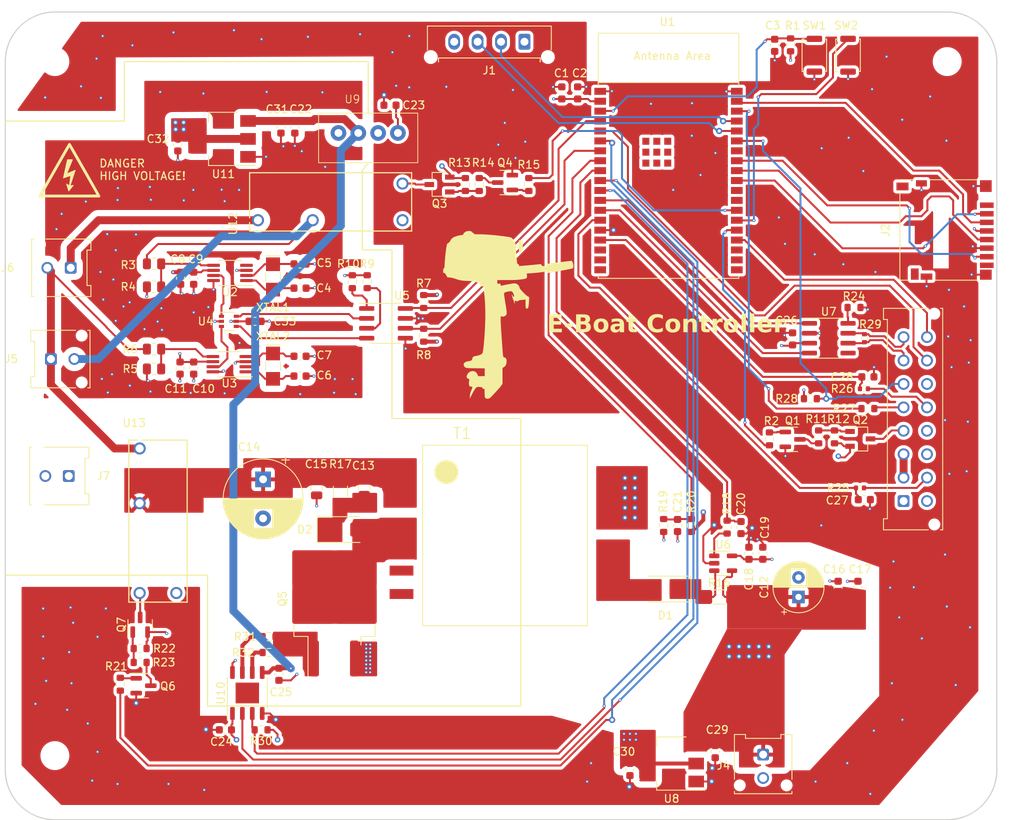
<source format=kicad_pcb>
(kicad_pcb (version 20221018) (generator pcbnew)
  (layers (0 "F.Cu" signal) (1 "In1.Cu" signal) (2 "In2.Cu" signal) (31 "B.Cu" signal) (34 "B.Paste" user) (35 "F.Paste" user) (36 "B.SilkS" user "B.Silkscreen") (37 "F.SilkS" user "F.Silkscreen") (38 "B.Mask" user) (39 "F.Mask" user) (44 "Edge.Cuts" user))
  (net 0 "")
  (net 1 "+3V3")
  (net 2 "RTN")
  (net 3 "Net-(U1-EN{slash}CHIP_PU)")
  (net 4 "GND1")
  (net 5 "Net-(U2-CLKOUT)")
  (net 6 "Net-(U2-CLKIN)")
  (net 7 "Net-(U3-CLKOUT)")
  (net 8 "Net-(U3-CLKIN)")
  (net 9 "+5VP")
  (net 10 "+12V")
  (net 11 "Net-(C13-Pad1)")
  (net 12 "Net-(D2-K)")
  (net 13 "DCDC_Curr")
  (net 14 "DCDC_Vsense")
  (net 15 "+12P")
  (net 16 "Net-(U1-MTDI{slash}GPIO12{slash}ADC2_CH5)")
  (net 17 "Net-(U1-MTCK{slash}GPIO13{slash}ADC2_CH4)")
  (net 18 "Net-(D1-K)")
  (net 19 "Net-(D1-A)")
  (net 20 "Net-(D2-A)")
  (net 21 "Net-(J1-Pin_2)")
  (net 22 "Net-(J1-Pin_3)")
  (net 24 "SPI_NSS")
  (net 25 "SPI_MOSI")
  (net 26 "SPI_SCK")
  (net 27 "SPI_MOSO")
  (net 31 "Contactor+")
  (net 32 "SDButton_p")
  (net 33 "Status_LED")
  (net 34 "Wake")
  (net 35 "CAN_+")
  (net 36 "CAN_-")
  (net 37 "Pot1")
  (net 38 "Pot2")
  (net 39 "GPIO1")
  (net 40 "GPIO2")
  (net 41 "Contactor Side")
  (net 42 "Vdrive")
  (net 43 "/DC-DC/DCDC_Relay_Drive")
  (net 44 "/Precharge/Precharge_Relay_Drive")
  (net 45 "Net-(Q1-B)")
  (net 46 "Net-(Q1-C)")
  (net 47 "Net-(Q2-Pad1)")
  (net 48 "Net-(Q3-Pad1)")
  (net 49 "Net-(Q4-B)")
  (net 50 "Net-(Q4-C)")
  (net 51 "Net-(Q5-G)")
  (net 52 "Net-(Q6-B)")
  (net 53 "Net-(Q6-C)")
  (net 54 "Net-(Q7-Pad1)")
  (net 55 "Contactor_Control")
  (net 56 "Net-(U2-VIN)")
  (net 57 "Net-(U3-VIN)")
  (net 58 "Vsense_Batt")
  (net 59 "Vsense_Esc")
  (net 60 "Net-(R9-Pad2)")
  (net 61 "Net-(R10-Pad2)")
  (net 62 "Relay_Control")
  (net 63 "Net-(U6-OUT)")
  (net 64 "DCDC_Control")
  (net 65 "Net-(U7-Rs)")
  (net 66 "Net-(U1-GPIO22)")
  (net 67 "Sw_ENABLE")
  (net 68 "Net-(U10-OUTL)")
  (net 69 "Net-(U10-OUTH)")
  (net 70 "Net-(U1-GPIO0{slash}BOOT{slash}ADC2_CH1)")
  (net 73 "DCDC_GATE_DRIVE")
  (net 74 "CAN_TX")
  (net 75 "CAN_RX")
  (net 78 "Net-(U2-FOUT)")
  (net 80 "Net-(U3-FOUT)")
  (net 81 "/Precharge/Fesc")
  (net 82 "/Precharge/Fbatt")
  (net 84 "Net-(J6-Pin_1)")
  (footprint "Capacitor_SMD:C_0603_1608Metric" (layer "F.Cu") (at 157.48 118.14 -90)
    (fp_text reference "C16")
    (fp_text value "22u")
  )
  (footprint "Capacitor_SMD:C_0603_1608Metric" (layer "F.Cu") (at 100.076 56.388 180)
    (fp_text reference "C23")
    (fp_text value "2.2u")
  )
  (footprint "Capacitor_SMD:C_0603_1608Metric" (layer "F.Cu") (at 122.084 54.813 90)
    (fp_text reference "C1")
    (fp_text value "22u")
  )
  (footprint "Resistor_SMD:R_0603_1608Metric" (layer "F.Cu") (at 83.566 136.398 180)
    (fp_text reference "R30")
    (fp_text value "10k")
  )
  (footprint "Crystal:Crystal_SMD_G8-2Pin_3.2x1.5mm_HandSoldering" (layer "F.Cu") (at 85.09 78.385 -90)
    (fp_text reference "XTAL1")
    (fp_text value "SC32S-7PF20PPM")
  )
  (footprint "Button_Switch_SMD:SW_Push_SPST_NO_Alps_SKRK" (layer "F.Cu") (at 158.75 49.987 -90)
    (fp_text reference "SW2")
    (fp_text value "SW_DIP_x01")
  )
  (footprint "Capacitor_SMD:C_0603_1608Metric" (layer "F.Cu") (at 160.02 118.14 -90)
    (fp_text reference "C17")
    (fp_text value "22u")
  )
  (footprint "Resistor_SMD:R_0603_1608Metric" (layer "F.Cu") (at 65.532 130.556 -90)
    (fp_text reference "R21")
    (fp_text value "470")
  )
  (footprint "Capacitor_SMD:C_0603_1608Metric" (layer "F.Cu") (at 145.034 110.49 -90)
    (fp_text reference "C20")
    (fp_text value "1n")
  )
  (footprint "Connector_Molex:Molex_Micro-Fit_3.0_43045-1612_2x08_P3.00mm_Vertical" (layer "F.Cu") (at 165.862 107.092 90)
    (fp_text reference "J3" hide)
    (fp_text value "Conn_01x16_Pin")
  )
  (footprint "Connector_Card:microSD_HC_Hirose_DM3D-SF" (layer "F.Cu") (at 171.17 72.37 90)
    (fp_text reference "J2")
    (fp_text value "Micro_SD_Card_Det2")
  )
  (footprint "Capacitor_SMD:C_0603_1608Metric" (layer "F.Cu") (at 73.185 90.056 90)
    (fp_text reference "C11")
    (fp_text value ".1u")
  )
  (footprint "Capacitor_SMD:C_0603_1608Metric" (layer "F.Cu") (at 161.29 91.186)
    (fp_text reference "C28")
    (fp_text value "2.2u")
  )
  (footprint "Resistor_SMD:R_0603_1608Metric" (layer "F.Cu") (at 84.582 126.492)
    (fp_text reference "R32")
    (fp_text value "22")
  )
  (footprint "Diode_SMD:D_SMA" (layer "F.Cu") (at 94.234 110.744)
    (fp_text reference "D2")
    (fp_text value "SK220A")
  )
  (footprint "Capacitor_SMD:C_0603_1608Metric" (layer "F.Cu") (at 88.5538 88.545 180)
    (fp_text reference "C7")
    (fp_text value "4.7p")
  )
  (footprint "Resistor_SMD:R_0402_1005Metric" (layer "F.Cu") (at 160.782 92.71 180)
    (fp_text reference "R26")
    (fp_text value "1k")
  )
  (footprint "Capacitor_SMD:C_0603_1608Metric" (layer "F.Cu") (at 136.906 110.223 -90)
    (fp_text reference "C21")
    (fp_text value "1n")
  )
  (footprint "Connector_Molex:Molex_Micro-Fit_3.0_43045-0212_2x01_P3.00mm_Vertical" (layer "F.Cu") (at 59.182 77.216 -90)
    (fp_text reference "J6")
    (fp_text value "Conn_01x02_Pin")
  )
  (footprint "Capacitor_SMD:C_0603_1608Metric" (layer "F.Cu") (at 73.25 78.553 90)
    (fp_text reference "C8")
    (fp_text value "10u")
  )
  (footprint "Resistor_SMD:R_0603_1608Metric" (layer "F.Cu") (at 97.155 78.994 -90)
    (fp_text reference "R9")
    (fp_text value "330")
  )
  (footprint "Capacitor_SMD:C_0603_1608Metric" (layer "F.Cu") (at 87.884 59.182 -90)
    (fp_text reference "C22")
    (fp_text value "2.2u")
  )
  (footprint "Connector_Molex:Molex_Micro-Fit_3.0_43045-0212_2x01_P3.00mm_Vertical" (layer "F.Cu") (at 58.928 103.886 -90)
    (fp_text reference "J7")
    (fp_text value "Conn_01x01_Pin")
  )
  (footprint "Resistor_SMD:R_0805_2012Metric" (layer "F.Cu") (at 69.85 90.17)
    (fp_text reference "R5")
    (fp_text value "4k7")
  )
  (footprint "Resistor_SMD:R_0603_1608Metric" (layer "F.Cu") (at 104.394 85.852 90)
    (fp_text reference "R8")
    (fp_text value "10k")
  )
  (footprint "Package_TO_SOT_SMD:SOT-23" (layer "F.Cu") (at 68.072 122.936 90)
    (fp_text reference "Q7")
    (fp_text value "DMG2305UX-13")
  )
  (footprint "Package_TO_SOT_SMD:SOT-223-3_TabPin2" (layer "F.Cu") (at 78.74 60.706 180)
    (fp_text reference "U11")
    (fp_text value "AZ1117-5.0")
  )
  (footprint "Capacitor_SMD:C_0603_1608Metric" (layer "F.Cu") (at 88.5538 91.085 180)
    (fp_text reference "C6")
    (fp_text value "4.7p")
  )
  (footprint "Diode_SMD:D_SMA" (layer "F.Cu") (at 135.128 118.364 180)
    (fp_text reference "D1")
    (fp_text value "SK220A")
  )
  (footprint "New Relays:PAN_ALD_PAN" (layer "F.Cu") (at 68.0085 100.3554)
    (fp_text reference "U13")
    (fp_text value "ALDP112W")
  )
  (footprint "Resistor_SMD:R_0805_2012Metric" (layer "F.Cu") (at 69.85 79.655)
    (fp_text reference "R4")
    (fp_text value "4k7")
  )
  (footprint "Capacitor_SMD:C_0603_1608Metric" (layer "F.Cu") (at 151.638 86.3222 90)
    (fp_text reference "C26")
    (fp_text value "100n")
  )
  (footprint "Resistor_SMD:R_0603_1608Metric" (layer "F.Cu") (at 104.394 81.534 -90)
    (fp_text reference "R7")
    (fp_text value "10k")
  )
  (footprint "Resistor_SMD:R_0603_1608Metric" (layer "F.Cu") (at 117.856 66.548 90)
    (fp_text reference "R15")
    (fp_text value "470")
  )
  (footprint "MountingHole:MountingHole_3.2mm_M3" (layer "F.Cu") (at 57.15 139.7)
    (fp_text reference "H4" hide)
    (fp_text value "MountingHole")
  )
  (footprint "Package_SO:SOIC-8_3.9x4.9mm_P1.27mm" (layer "F.Cu") (at 156.275 86.233)
    (fp_text reference "U7")
    (fp_text value "SN65HVD230")
  )
  (footprint "Capacitor_SMD:C_0805_2012Metric" (layer "F.Cu") (at 96.774 105.344 -90)
    (fp_text reference "C13")
    (fp_text value "2.2n")
  )
  (footprint "Resistor_SMD:R_0402_1005Metric" (layer "F.Cu") (at 160.274 105.41 180)
    (fp_text reference "R25")
    (fp_text value "1k")
  )
  (footprint "Package_TO_SOT_SMD:TSOT-23" (layer "F.Cu") (at 160.314 99.126)
    (fp_text reference "Q2")
    (fp_text value "DMG2305UX-13")
  )
  (footprint "Capacitor_SMD:C_0603_1608Metric" (layer "F.Cu") (at 74.93 78.553 90)
    (fp_text reference "C9")
    (fp_text value ".1u")
  )
  (footprint "Resistor_SMD:R_0603_1608Metric" (layer "F.Cu") (at 148.678 99.126 -90)
    (fp_text reference "R2")
    (fp_text value "470")
  )
  (footprint "Package_SO:SOIC-8_3.9x4.9mm_P1.27mm" (layer "F.Cu") (at 99.568 84.328)
    (fp_text reference "U5")
    (fp_text value "VOD217T")
  )
  (footprint "Resistor_SMD:R_0805_2012Metric" (layer "F.Cu") (at 69.85 87.63 180)
    (fp_text reference "R6")
    (fp_text value "100k")
  )
  (footprint "Resistor_SMD:R_0603_1608Metric" (layer "F.Cu") (at 68.072 125.984)
    (fp_text reference "R22")
    (fp_text value "10k")
  )
  (footprint "Capacitor_SMD:C_0603_1608Metric" (layer "F.Cu") (at 72.898 61.468 -90)
    (fp_text reference "C32")
    (fp_text value "22u")
  )
  (footprint "Resistor_SMD:R_0402_1005Metric" (layer "F.Cu") (at 160.847 86.233 -90)
    (fp_text reference "R29")
    (fp_text value "120")
  )
  (footprint "Package_TO_SOT_SMD:SOT-23" (layer "F.Cu") (at 68.5015 130.744)
    (fp_text reference "Q6")
    (fp_text value "MMBT5551LT1G")
  )
  (footprint "Resistor_SMD:R_0603_1608Metric" (layer "F.Cu") (at 151.384 48.654 90)
    (fp_text reference "R1")
    (fp_text value "10k")
  )
  (footprint "Capacitor_SMD:C_0603_1608Metric" (layer "F.Cu") (at 130.81 141.478 -90)
    (fp_text reference "C30")
    (fp_text value "22u")
  )
  (footprint "Capacitor_SMD:C_0805_2012Metric" (layer "F.Cu") (at 90.678 105.41 -90)
    (fp_text reference "C15")
    (fp_text value "2.2u")
  )
  (footprint "MountingHole:MountingHole_3.2mm_M3" (layer "F.Cu") (at 57.15 50.8)
    (fp_text reference "H1" hide)
    (fp_text value "MountingHole")
  )
  (footprint "Resistor_SMD:R_0603_1608Metric" (layer "F.Cu") (at 84.582 124.46)
    (fp_text reference "R31")
    (fp_text value "22")
  )
  (footprint "Capacitor_THT:CP_Radial_D10.0mm_P5.00mm" (layer "F.Cu") (at 83.82 104.312323 -90)
    (fp_text reference "C14")
    (fp_text value "47u")
  )
  (footprint "Capacitor_SMD:C_0603_1608Metric" (layer "F.Cu") (at 88.5538 79.823 180)
    (fp_text reference "C4")
    (fp_text value "4.7p")
  )
  (footprint "Resistor_SMD:R_0603_1608Metric" (layer "F.Cu") (at 138.684 110.223 -90)
    (fp_text reference "R20")
    (fp_text value "100k")
  )
  (footprint "Resistor_SMD:R_0603_1608Metric" (layer "F.Cu") (at 95.25 78.994 -90)
    (fp_text reference "R10")
    (fp_text value "330")
  )
  (footprint "LOGO" (layer "F.Cu") (at 59.0042 64.6938)
    (fp_text reference "G***" hide)
    (fp_text value "LOGO" hide)
  )
  (footprint "Package_TO_SOT_SMD:SOT-23-5" (layer "F.Cu") (at 142.748 115.062)
    (fp_text reference "U6")
    (fp_text value "INA180A3IDBVR")
  )
  (footprint "Resistor_SMD:R_0603_1608Metric" (layer "F.Cu") (at 159.512 82.296)
    (fp_text reference "R24")
    (fp_text value "10k")
  )
  (footprint "Resistor_SMD:R_1206_3216Metric" (layer "F.Cu") (at 142.24 119.38)
    (fp_text reference "R16")
    (fp_text value "5m")
  )
  (footprint "Capacitor_SMD:C_0603_1608Metric" (layer "F.Cu") (at 74.93 90.056 90)
    (fp_text reference "C10")
    (fp_text value "10u")
  )
  (footprint "Connector_Molex:Molex_Micro-Fit_3.0_43650-0415_1x04_P3.00mm_Vertical" (layer "F.Cu") (at 117.3 48.26 180)
    (fp_text reference "J1")
    (fp_text value "Conn_01x04")
  )
  (footprint "Package_TO_SOT_SMD:SOT-223-3_TabPin2" (layer "F.Cu") (at 136.144 140.716 180)
    (fp_text reference "U8")
    (fp_text value "AZ1117-3.3")
  )
  (footprint "Package_TO_SOT_SMD:TSOT-23" (layer "F.Cu") (at 106.426 66.548 180)
    (fp_text reference "Q3")
    (fp_text value "DMG2305UX-13")
  )
  (footprint "Package_TO_SOT_SMD:TO-263-2" (layer "F.Cu") (at 92.964 119.61 90)
    (fp_text reference "Q5")
    (fp_text value "FDB44N25TM")
  )
  (footprint "Resistor_SMD:R_0603_1608Metric" (layer "F.Cu") (at 109.728 66.548 90)
    (fp_text reference "R13")
    (fp_text value "10k")
  )
  (footprint "Package_TO_SOT_SMD:SOT-23" (layer "F.Cu") (at 151.6475 99.192)
    (fp_text reference "Q1")
    (fp_text value "MMBT5551LT1G")
  )
  (footprint "Resistor_SMD:R_0603_1608Metric" (layer "F.Cu") (at 135.128 110.223 90)
    (fp_text reference "R19")
    (fp_text value "22k")
  )
  (footprint "Capacitor_SMD:C_0603_1608Metric" (layer "F.Cu") (at 141.732 139.192 -90)
    (fp_text reference "C29")
    (fp_text value "10u")
  )
  (footprint "Button_Switch_SMD:SW_Push_SPST_NO_Alps_SKRK" (layer "F.Cu") (at 154.432 49.987 90)
    (fp_text reference "SW1")
    (fp_text value "SKRKAHE020")
  )
  (footprint "Package_SO:MSOP-8_3x3mm_P0.65mm" (layer "F.Cu") (at 79.502 89.561 180)
    (fp_text reference "U3")
    (fp_text value "AD7740YRMZ")
  )
  (footprint "Resistor_SMD:R_0603_1608Metric" (layer "F.Cu") (at 153.924 93.98 180)
    (fp_text reference "R28")
    (fp_text value "10k")
  )
  (footprint "LOGO" (layer "F.Cu") (at 113.157 84.0994)
    (fp_text reference "G" hide)
    (fp_text value "LOGO" hide)
  )
  (footprint "Capacitor_SMD:C_0603_1608Metric" (layer "F.Cu") (at 146.05 113.779 90)
    (fp_text reference "C18")
    (fp_text value "100n")
  )
  (footprint "Resistor_SMD:R_1206_3216Metric" (layer "F.Cu") (at 93.726 105.918 90)
    (fp_text reference "R17")
    (fp_text value "56k")
  )
  (footprint "Capacitor_SMD:C_0603_1608Metric" (layer "F.Cu") (at 124.116 54.813 90)
    (fp_text reference "C2")
    (fp_text value ".1u")
  )
  (footprint "Capacitor_SMD:C_0603_1608Metric" (layer "F.Cu") (at 149.352 48.717 -90)
    (fp_text reference "C3")
    (fp_text value "1u")
  )
  (footprint "Resistor_SMD:R_0603_1608Metric" (layer "F.Cu") (at 154.98 98.872 90)
    (fp_text reference "R11")
    (fp_text value "10k")
  )
  (footprint "Connector_Molex:Molex_Micro-Fit_3.0_43045-0212_2x01_P3.00mm_Vertical" (layer "F.Cu") (at 147.876 139.57)
    (fp_text reference "J4")
    (fp_text value "Conn_01x02_Pin")
  )
  (footprint "Transformer:EFD20_SMT_H_12PIN__4275_" (layer "F.Cu") (at 114.808 111.506)
    (fp_text reference "T1")
    (fp_text value "750311797")
  )
  (footprint "ESP32:ESP32-WROVER-E" (layer "F.Cu") (at 135.75 62.865)
    (fp_text reference "U1")
    (fp_text value "ESP32-WROVER-IE")
  )
  (footprint "Resistor_SMD:R_0603_1608Metric" (layer "F.Cu") (at 161.29 95.25)
    (fp_text reference "R27")
    (fp_text value "100")
  )
  (footprint "Capacitor_SMD:C_0603_1608Metric" (layer "F.Cu") (at 160.8328 106.9086)
    (fp_text reference "C27")
    (fp_text value "2.2u")
  )
  (footprint "Package_TO_SOT_SMD:SOT-23" (layer "F.Cu") (at 114.808 66.294 180)
    (fp_text reference "Q4")
    (fp_text value "MMBT5551LT1G")
  )
  (footprint "Resistor_SMD:R_0805_2012Metric" (layer "F.Cu") (at 69.85 76.705 180)
    (fp_text reference "R3")
    (fp_text value "100k")
  )
  (footprint "BOAT_PRECHARGE:B1212S-1WR3" (layer "F.Cu") (at 101.092 59.944 180)
    (fp_text reference "U9")
    (fp_text value "~")
  )
  (footprint "Capacitor_SMD:C_0603_1608Metric" (layer "F.Cu") (at 88.5538 76.7242 180)
    (fp_text reference "C5")
    (fp_text value "4.7p")
  )
  (footprint "Resistor_SMD:R_0603_1608Metric" (layer "F.Cu") (at 68.072 127.762 180)
    (fp_text reference "R23")
    (fp_text value "10k")
  )
  (footprint "MountingHole:MountingHole_3.2mm_M3" (layer "F.Cu") (at 171.45 139.7)
    (fp_text reference "H3" hide)
    (fp_text value "MountingHole")
  )
  (footprint "Package_SO:Infineon_PG-DSO-8-27_3.9x4.9mm_EP2.65x3mm" (layer "F.Cu") (at 81.8 131.674 90)
    (fp_text reference "U10")
    (fp_text value "~")
  )
  (footprint "Package_SO:MSOP-8_3x3mm_P0.65mm" (layer "F.Cu") (at 79.58 77.873 180)
    (fp_text reference "U2")
    (fp_text value "AD7740YRMZ")
  )
  (footprint "Capacitor_SMD:C_0603_1608Metric" (layer "F.Cu") (at 78.994 136.398 180)
    (fp_text reference "C24")
    (fp_text value "100n")
  )
  (footprint "MountingHole:MountingHole_3.2mm_M3" (layer "F.Cu") (at 171.45 50.8)
    (fp_text reference "H2" hide)
    (fp_text value "MountingHole")
  )
  (footprint "Capacitor_SMD:C_0603_1608Metric" (layer "F.Cu") (at 82.791 84.074)
    (fp_text reference "C33")
    (fp_text value "100n")
  )
  (footprint "Capacitor_THT:CP_Radial_D6.3mm_P2.50mm" (layer "F.Cu") (at 152.4 119.38 90)
    (fp_text reference "C12")
    (fp_text value "150u")
  )
  (footprint "Resistor_SMD:R_0603_1608Metric" (layer "F.Cu") (at 111.506 66.548 -90)
    (fp_text reference "R14")
    (fp_text value "10k")
  )
  (footprint "Crystal:Crystal_SMD_G8-2Pin_3.2x1.5mm_HandSoldering" (layer "F.Cu") (at 85.09 89.815 -90)
    (fp_text reference "XTAL2")
    (fp_text value "SC32S-7PF20PPM")
  )
  (footprint "Capacitor_SMD:C_0603_1608Metric" (layer "F.Cu") (at 147.828 113.779 90)
    (fp_text reference "C19")
    (fp_text value "1u")
  )
  (footprint "Package_TO_SOT_SMD:SOT-363_SC-70-6" (layer "F.Cu") (at 79.436 84.074)
    (fp_text reference "U4")
    (fp_text value "74LVC2G14")
  )
  (footprint "Resistor_SMD:R_0603_1608Metric" (layer "F.Cu") (at 157.012 98.872 -90)
    (fp_text reference "R12")
    (fp_text value "10k")
  )
  (footprint "Capacitor_SMD:C_0603_1608Metric" (layer "F.Cu") (at 85.852 129.286 -90)
    (fp_text reference "C25")
    (fp_text value "100n")
  )
  (footprint "Connector_Molex:Molex_Micro-Fit_3.0_43045-0212_2x01_P3.00mm_Vertical" (layer "F.Cu") (at 56.642 88.9 90)
    (fp_text reference "J5")
    (fp_text value "Conn_01x02_Pin")
  )
  (footprint "Resistor_SMD:R_0603_1608Metric" (layer "F.Cu") (at 143.256 110.427 90)
    (fp_text reference "R18")
    (fp_text value "1k")
  )
  (footprint "Capacitor_SMD:C_0603_1608Metric" (layer "F.Cu") (at 86.106 59.182 -90)
    (fp_text reference "C31")
    (fp_text value "10u")
  )
  (footprint "New Relays:PAN_ALD_PAN" (layer "F.Cu") (at 83.1596 71.12 90)
    (fp_text reference "U12")
    (fp_text value "ALDP112W")
  )
  (gr_line (start 96.52 64.77) (end 97.282 63.754) (stroke (width 0.15)) (layer "F.SilkS"))
  (gr_line (start 76.708 116.586) (end 50.8 116.586) (stroke (width 0.15)) (layer "F.SilkS"))
  (gr_line (start 76.708 133.35) (end 76.708 116.586) (stroke (width 0.15)) (layer "F.SilkS"))
  (gr_line (start 100.33 96.52) (end 100.33 74.93) (stroke (width 0.15)) (layer "F.SilkS"))
  (gr_line (start 100.33 74.93) (end 96.52 74.93) (stroke (width 0.15)) (layer "F.SilkS"))
  (gr_line (start 96.52 74.93) (end 96.52 64.77) (stroke (width 0.15)) (layer "F.SilkS"))
  (gr_line (start 116.84 96.52) (end 100.33 96.52) (stroke (width 0.15)) (layer "F.SilkS"))
  (gr_line (start 97.282 50.8) (end 66.04 50.8) (stroke (width 0.15)) (layer "F.SilkS"))
  (gr_line (start 116.84 133.35) (end 116.84 96.52) (stroke (width 0.15)) (layer "F.SilkS"))
  (gr_line (start 66.04 58.42) (end 66.04 50.8) (stroke (width 0.15)) (layer "F.SilkS"))
  (gr_line (start 97.282 57.404) (end 97.282 50.8) (stroke (width 0.15)) (layer "F.SilkS"))
  (gr_line (start 76.708 133.35) (end 116.84 133.35) (stroke (width 0.15)) (layer "F.SilkS"))
  (gr_line (start 50.8 58.42) (end 66.04 58.42) (stroke (width 0.15)) (layer "F.SilkS"))
  (gr_arc (start 50.8 50.8) (mid 52.659872 46.309872) (end 57.15 44.45) (stroke (width 0.15)) (layer "Edge.Cuts"))
  (gr_line (start 177.8 50.8) (end 177.8 141.559872) (stroke (width 0.15)) (layer "Edge.Cuts"))
  (gr_line (start 57.15 147.909872) (end 171.45 147.909872) (stroke (width 0.15)) (layer "Edge.Cuts"))
  (gr_line (start 171.45 44.45) (end 57.15 44.45) (stroke (width 0.15)) (layer "Edge.Cuts"))
  (gr_arc (start 171.45 44.45) (mid 175.940128 46.309872) (end 177.8 50.8) (stroke (width 0.15)) (layer "Edge.Cuts"))
  (gr_arc (start 57.15 147.909872) (mid 52.659868 146.050004) (end 50.8 141.559872) (stroke (width 0.15)) (layer "Edge.Cuts"))
  (gr_arc (start 177.8 141.559872) (mid 175.940132 146.050004) (end 171.45 147.909872) (stroke (width 0.15)) (layer "Edge.Cuts"))
  (gr_line (start 50.8 141.559872) (end 50.8 50.8) (stroke (width 0.15)) (layer "Edge.Cuts"))
  (gr_text "DANGER\nHIGH VOLTAGE!\n" (at 62.7634 66.04) (layer "F.SilkS") (effects (font (size 1 1)) (justify left bottom)))
  (gr_text "E-Boat Controller" (at 120.1674 85.852) (layer "F.SilkS") (effects (font (size 2.25 2.25)) (justify left bottom)))
  (segment (start 175.2126 72.495) (end 174.9298 72.2122) (width 0.254) (layer "F.Cu") (net 1))
  (segment (start 79.895 135.624) (end 79.895 134.299) (width 0.254) (layer "F.Cu") (net 1))
  (segment (start 130.823 140.716) (end 130.81 140.703) (width 0.508) (layer "F.Cu") (net 1))
  (segment (start 151.537 87.1982) (end 150.2664 87.1982) (width 0.254) (layer "F.Cu") (net 1))
  (segment (start 104.394 80.709) (end 106.0318 80.709) (width 0.508) (layer "F.Cu") (net 1))
  (segment (start 144.973 114.112) (end 143.8855 114.112) (width 0.254) (layer "F.Cu") (net 1))
  (segment (start 146.05 114.554) (end 145.415 114.554) (width 0.254) (layer "F.Cu") (net 1))
  (segment (start 147.828 114.554) (end 148.9964 114.554) (width 0.254) (layer "F.Cu") (net 1))
  (segment (start 147.828 114.554) (end 146.05 114.554) (width 0.254) (layer "F.Cu") (net 1))
  (segment (start 125.438 55.588) (end 124.116 55.588) (width 0.25) (layer "F.Cu") (net 1))
  (segment (start 124.116 55.588) (end 122.084 55.588) (width 0.25) (layer "F.Cu") (net 1))
  (segment (start 150.2664 87.1982) (end 150.241 87.1728) (width 0.254) (layer "F.Cu") (net 1))
  (segment (start 151.8672 86.868) (end 151.537 87.1982) (width 0.254) (layer "F.Cu") (net 1))
  (segment (start 145.415 114.554) (end 144.973 114.112) (width 0.254) (layer "F.Cu") (net 1))
  (segment (start 176.52 72.495) (end 175.2126 72.495) (width 0.254) (layer "F.Cu") (net 1))
  (segment (start 121.0438 55.588) (end 121.031 55.5752) (width 0.25) (layer "F.Cu") (net 1))
  (segment (start 79.769 137.0206) (end 80.4164 137.668) (width 0.254) (layer "F.Cu") (net 1))
  (segment (start 153.099 93.98) (end 153.099 92.8756) (width 0.254) (layer "F.Cu") (net 1))
  (segment (start 79.769 136.398) (end 79.769 137.0206) (width 0.254) (layer "F.Cu") (net 1))
  (segment (start 85.1154 136.398) (end 85.6742 136.9568) (width 0.254) (layer "F.Cu") (net 1))
  (segment (start 104.394 86.677) (end 106.0836 86.677) (width 0.508) (layer "F.Cu") (net 1))
  (segment (start 106.0836 86.677) (end 106.0958 86.6648) (width 0.508) (layer "F.Cu") (net 1))
  (segment (start 79.769 136.398) (end 79.769 135.75) (width 0.254) (layer "F.Cu") (net 1))
  (segment (start 122.084 55.588) (end 121.0438 55.588) (width 0.25) (layer "F.Cu") (net 1))
  (segment (start 106.0318 80.709) (end 106.0958 80.645) (width 0.508) (layer "F.Cu") (net 1))
  (segment (start 139.294 140.716) (end 132.994 140.716) (width 0.508) (layer "F.Cu") (net 1))
  (segment (start 151.384 49.479) (end 151.384 50.6222) (width 0.254) (layer "F.Cu") (net 1))
  (segment (start 153.8 86.868) (end 151.8672 86.868) (width 0.254) (layer "F.Cu") (net 1))
  (segment (start 125.73 55.88) (end 125.438 55.588) (width 0.25) (layer "F.Cu") (net 1))
  (segment (start 79.769 135.75) (end 79.895 135.624) (width 0.254) (layer "F.Cu") (net 1))
  (segment (start 153.099 92.8756) (end 153.0858 92.8624) (width 0.254) (layer "F.Cu") (net 1))
  (segment (start 84.391 136.398) (end 85.1154 136.398) (width 0.254) (layer "F.Cu") (net 1))
  (segment (start 85.6742 136.9568) (end 85.6742 137.668) (width 0.254) (layer "F.Cu") (net 1))
  (segment (start 127 55.88) (end 125.73 55.88) (width 0.25) (layer "F.Cu") (net 1))
  (via (at 130.81 137.668) (size 0.4) (drill 0.2) (layers "F.Cu" "B.Cu") (net 1))
  (via (at 130.81 136.906) (size 0.4) (drill 0.2) (layers "F.Cu" "B.Cu") (net 1))
  (via (at 148.9964 114.554) (size 0.4) (drill 0.2) (layers "F.Cu" "B.Cu") (net 1))
  (via (at 80.4164 137.668) (size 0.7) (drill 0.35) (layers "F.Cu" "B.Cu") (net 1))
  (via (at 130.048 136.906) (size 0.4) (drill 0.2) (layers "F.Cu" "B.Cu") (net 1))
  (via (at 121.031 55.5752) (size 0.4) (drill 0.2) (layers "F.Cu" "B.Cu") (net 1))
  (via (at 130.048 137.668) (size 0.4) (drill 0.2) (layers "F.Cu" "B.Cu") (net 1))
  (via (at 151.384 50.6222) (size 0.4) (drill 0.2) (layers "F.Cu" "B.Cu") (net 1))
  (via (at 174.9298 72.2122) (size 0.4) (drill 0.2) (layers "F.Cu" "B.Cu") (net 1))
  (via (at 131.572 136.906) (size 0.4) (drill 0.2) (layers "F.Cu" "B.Cu") (net 1))
  (via (at 153.0858 92.8624) (size 0.4) (drill 0.2) (layers "F.Cu" "B.Cu") (net 1))
  (via (at 150.241 87.1728) (size 0.4) (drill 0.2) (layers "F.Cu" "B.Cu") (net 1))
  (via (at 131.572 137.668) (size 0.4) (drill 0.2) (layers "F.Cu" "B.Cu") (net 1))
  (via (at 106.0958 86.6648) (size 0.4) (drill 0.2) (layers "F.Cu" "B.Cu") (net 1))
  (via (at 85.6742 137.668) (size 0.7) (drill 0.35) (layers "F.Cu" "B.Cu") (net 1))
  (via (at 106.0958 80.645) (size 0.4) (drill 0.2) (layers "F.Cu" "B.Cu") (net 1))
  (segment (start 83.705 134.299) (end 84.6928 134.299) (width 0.25) (layer "F.Cu") (net 2))
  (segment (start 140.5128 115.062) (end 140.208 114.7572) (width 0.25) (layer "F.Cu") (net 2))
  (segment (start 136.906 112.1918) (end 136.9314 112.2172) (width 0.254) (layer "F.Cu") (net 2))
  (segment (start 84.7598 134.366) (end 85.4456 135.0518) (width 0.25) (layer "F.Cu") (net 2))
  (segment (start 120.968 54.038) (end 120.9548 54.0512) (width 0.25) (layer "F.Cu") (net 2))
  (segment (start 150.5966 85.6996) (end 150.749 85.5472) (width 0.254) (layer "F.Cu") (net 2))
  (segment (start 149.352 49.492) (end 149.352 50.6476) (width 0.25) (layer "F.Cu") (net 2))
  (segment (start 147.3708 111.9886) (end 147.1422 111.9886) (width 0.25) (layer "F.Cu") (net 2))
  (segment (start 145.034 111.265) (end 145.7322 111.265) (width 0.25) (layer "F.Cu") (net 2))
  (segment (start 150.71 100.142) (end 150.71 101.307) (width 0.25) (layer "F.Cu") (net 2))
  (segment (start 161.036 82.296) (end 161.29 82.55) (width 0.25) (layer "F.Cu") (net 2))
  (segment (start 67.564 131.694) (end 67.564 132.969) (width 0.25) (layer "F.Cu") (net 2))
  (segment (start 174.5896 78.095) (end 174.5742 78.0796) (width 0.25) (layer "F.Cu") (net 2))
  (segment (start 153.8 85.598) (end 155.0924 85.598) (width 0.25) (layer "F.Cu") (net 2))
  (segment (start 168.795 78.345) (end 168.795 79.5648) (width 0.25) (layer "F.Cu") (net 2))
  (segment (start 160.337 82.296) (end 161.036 82.296) (width 0.25) (layer "F.Cu") (net 2))
  (segment (start 102.043 86.233) (end 102.043 87.5142) (width 0.254) (layer "F.Cu") (net 2))
  (segment (start 158.6822 117.365) (end 158.6738 117.3734) (width 0.25) (layer "F.Cu") (net 2))
  (segment (start 176.395 78.095) (end 174.5896 78.095) (width 0.25) (layer "F.Cu") (net 2))
  (segment (start 162.065 89.9538) (end 162.0774 89.9414) (width 0.254) (layer "F.Cu") (net 2))
  (segment (start 162.065 91.186) (end 162.065 89.9538) (width 0.254) (layer "F.Cu") (net 2))
  (segment (start 141.2608 143.016) (end 141.2748 143.002) (width 0.25) (layer "F.Cu") (net 2))
  (segment (start 130.81 142.253) (end 130.81 143.6116) (width 0.25) (layer "F.Cu") (net 2))
  (segment (start 168.145 66.395) (end 168.145 67.2562) (width 0.25) (layer "F.Cu") (net 2))
  (segment (start 160.02 117.365) (end 158.6822 117.365) (width 0.25) (layer "F.Cu") (net 2))
  (segment (start 115.7455 65.344) (end 115.7455 63.5531) (width 0.25) (layer "F.Cu") (net 2))
  (segment (start 151.384 85.8012) (end 151.638 85.5472) (width 0.25) (layer "F.Cu") (net 2))
  (segment (start 151.384 85.852) (end 151.384 85.8012) (width 0.25) (layer "F.Cu") (net 2))
  (segment (start 158.75 52.087) (end 158.75 53.0352) (width 0.25) (layer "F.Cu") (net 2))
  (segment (start 141.732 140.9192) (end 141.351 141.3002) (width 0.25) (layer "F.Cu") (net 2))
  (segment (start 147.828 113.004) (end 147.828 112.4458) (width 0.25) (layer "F.Cu") (net 2))
  (segment (start 127 72.39) (end 128.7018 72.39) (width 0.25) (layer "F.Cu") (net 2))
  (segment (start 102.043 87.5142) (end 102.0826 87.5538) (width 0.254) (layer "F.Cu") (net 2))
  (segment (start 135.128 112.0394) (end 135.1534 112.0648) (width 0.254) (layer "F.Cu") (net 2))
  (segment (start 78.219 136.398) (end 76.5556 136.398) (width 0.25) (layer "F.Cu") (net 2))
  (segment (start 125.2098 54.038) (end 125.222 54.0258) (width 0.25) (layer "F.Cu") (net 2))
  (segment (start 141.6105 115.062) (end 140.5128 115.062) (width 0.25) (layer "F.Cu") (net 2))
  (segment (start 150.5966 85.852) (end 150.5966 85.6996) (width 0.254) (layer "F.Cu") (net 2))
  (segment (start 130.81 143.6116) (end 130.7338 143.6878) (width 0.25) (layer "F.Cu") (net 2))
  (segment (start 99.301 56.388) (end 99.301 55.0802) (width 0.25) (layer "F.Cu") (net 2))
  (segment (start 136.906 110.998) (end 136.906 112.1918) (width 0.254) (layer "F.Cu") (net 2))
  (segment (start 146.05 113.004) (end 146.05 112.0648) (width 0.25) (layer "F.Cu") (net 2))
  (segment (start 140.208 114.7572) (end 140.208 111.5568) (width 0.25) (layer "F.Cu") (net 2))
  (segment (start 150.71 101.307) (end 150.7236 101.3206) (width 0.25) (layer "F.Cu") (net 2))
  (segment (start 168.145 67.2562) (end 168.148 67.2592) (width 0.25) (layer "F.Cu") (net 2))
  (segment (start 146.304 111.8108) (end 146.2659 111.8489) (width 0.25) (layer "F.Cu") (net 2))
  (segment (start 154.432 52.087) (end 154.432 53.086) (width 0.25) (layer "F.Cu") (net 2))
  (segment (start 145.7322 111.265) (end 146.4564 110.5408) (width 0.25) (layer "F.Cu") (net 2))
  (segment (start 174.9488 74.695) (end 174.7266 74.4728) (width 0.25) (layer "F.Cu") (net 2))
  (segment (start 144.5 54.61) (end 143.1798 54.61) (width 0.25) (layer "F.Cu") (net 2))
  (segment (start 76.5556 136.398) (end 76.5048 136.3472) (width 0.25) (layer "F.Cu") (net 2))
  (segment (start 150.749 85.5472) (end 151.638 85.5472) (width 0.254) (layer "F.Cu") (net 2))
  (segment (start 174.809 66.745) (end 174.8028 66.7512) (width 0.25) (layer "F.Cu") (net 2))
  (segment (start 161.557 108.0894) (end 161.544 108.1024) (width 0.25) (layer "F.Cu") (net 2))
  (segment (start 141.2748 143.002) (end 141.2888 143.016) (width 0.25) (layer "F.Cu") (net 2))
  (segment (start 122.084 54.038) (end 120.968 54.038) (width 0.25) (layer "F.Cu") (net 2))
  (segment (start 157.48 117.365) (end 156.4556 117.365) (width 0.25) (layer "F.Cu") (net 2))
  (segment (start 140.208 111.5568) (end 141.605 110.1598) (width 0.25) (layer "F.Cu") (net 2))
  (segment (start 139.294 143.016) (end 141.2608 143.016) (width 0.25) (layer "F.Cu") (net 2))
  (segment (start 168.795 79.5648) (end 168.8084 79.5782) (width 0.25) (layer "F.Cu") (net 2))
  (segment (start 176.395 66.745) (end 174.809 66.745) (width 0.25) (layer "F.Cu") (net 2))
  (segment (start 147.828 112.4458) (end 147.3708 111.9886) (width 0.25) (layer "F.Cu") (net 2))
  (segment (start 141.732 139.967) (end 141.732 140.9192) (width 0.25) (layer "F.Cu") (net 2))
  (segment (start 99.301 55.0802) (end 99.314 55.0672) (width 0.25) (layer "F.Cu") (net 2))
  (segment (start 124.116 54.038) (end 125.2098 54.038) (width 0.25) (layer "F.Cu") (net 2))
  (segment (start 176.52 74.695) (end 174.9488 74.695) (width 0.25) (layer "F.Cu") (net 2))
  (segment (start 127 54.61) (end 128.4732 54.61) (width 0.25) (layer "F.Cu") (net 2))
  (segment (start 128.4732 54.61) (end 128.4986 54.5846) (width 0.25) (layer "F.Cu") (net 2))
  (segment (start 156.4556 117.365) (end 156.4132 117.3226) (width 0.25) (layer "F.Cu") (net 2))
  (segment (start 102.043 83.693) (end 103.7336 83.693) (width 0.254) (layer "F.Cu") (net 2))
  (segment (start 135.128 111.048) (end 135.128 112.0394) (width 0.254) (layer "F.Cu") (net 2))
  (segment (start 85.4456 135.0518) (end 85.4456 135.0772) (width 0.25) (layer "F.Cu") (net 2))
  (segment (start 84.6928 134.299) (end 84.7598 134.366) (width 0.25) (layer "F.Cu") (net 2))
  (segment (start 161.557 106.934) (end 161.557 108.0894) (width 0.25) (layer "F.Cu") (net 2))
  (segment (start 115.7455 63.5531) (end 116.1542 63.1444) (width 0.25) (layer "F.Cu") (net 2))
  (segment (start 146.05 112.0648) (end 146.304 111.8108) (width 0.25) (layer "F.Cu") (net 2))
  (segment (start 143.1798 54.61) (end 143.1544 54.6354) (width 0.25) (layer "F.Cu") (net 2))
  (via (at 161.29 82.55) (size 0.4) (drill 0.2) (layers "F.Cu" "B.Cu") (net 2))
  (via (at 154.432 53.086) (size 0.4) (drill 0.2) (layers "F.Cu" "B.Cu") (net 2))
  (via (at 143.1544 54.6354) (size 0.4) (drill 0.2) (layers "F.Cu" "B.Cu") (net 2))
  (via (at 130.7338 143.6878) (size 0.7) (drill 0.35) (layers "F.Cu" "B.Cu") (net 2))
  (via (at 174.0916 96.9264) (size 0.4) (drill 0.2) (layers "F.Cu" "B.Cu") (net 2))
  (via (at 174.2186 89.3572) (size 0.4) (drill 0.2) (layers "F.Cu" "B.Cu") (net 2))
  (via (at 116.1542 63.1444) (size 0.4) (drill 0.2) (layers "F.Cu" "B.Cu") (net 2))
  (via (at 102.0826 87.5538) (size 0.4) (drill 0.2) (layers "F.Cu" "B.Cu") (net 2))
  (via (at 146.4564 110.5408) (size 0.7) (drill 0.35) (layers "F.Cu" "B.Cu") (net 2))
  (via (at 174.371 123.2662) (size 0.4) (drill 0.2) (layers "F.Cu" "B.Cu") (net 2))
  (via (at 59.4868 122.682) (size 0.4) (drill 0.2) (layers "F.Cu" "B.Cu") (net 2))
  (via (at 167.1574 118.1354) (size 0.4) (drill 0.2) (layers "F.Cu" "B.Cu") (net 2))
  (via (at 55.6514 120.8532) (size 0.4) (drill 0.2) (layers "F.Cu" "B.Cu") (net 2))
  (via (at 171.3484 60.9346) (size 0.4) (drill 0.2) (layers "F.Cu" "B.Cu") (net 2))
  (via (at 150.6728 74.1426) (size 0.4) (drill 0.2) (layers "F.Cu" "B.Cu") (net 2))
  (via (at 131.445 109.22) (size 0.7) (drill 0.35) (layers "F.Cu" "B.Cu") (net 2))
  (via (at 162.052 136.4996) (size 0.4) (drill 0.2) (layers "F.Cu" "B.Cu") (net 2))
  (via (at 169.2656 55.2704) (size 0.4) (drill 0.2) (layers "F.Cu" "B.Cu") (net 2))
  (via (at 130.175 109.22) (size 0.7) (drill 0.35) (layers "F.Cu" "B.Cu") (net 2))
  (via (at 85.4456 135.0772) (size 0.7) (drill 0.35) (layers "F.Cu" "B.Cu") (net 2))
  (via (at 130.175 104.14) (size 0.7) (drill 0.35) (layers "F.Cu" "B.Cu") (net 2))
  (via (at 130.175 107.95) (size 0.7) (drill 0.35) (layers "F.Cu" "B.Cu") (net 2))
  (via (at 171.577 86.0044) (size 0.4) (drill 0.2) (layers "F.Cu" "B.Cu") (net 2))
  (via (at 154.4828 75.4888) (size 0.4) (drill 0.2) (layers "F.Cu" "B.Cu") (net 2))
  (via (at 141.351 141.3002) (size 0.7) (drill 0.35) (layers "F.Cu" "B.Cu") (net 2))
  (via (at 76.2762 144.0942) (size 0.4) (drill 0.2) (layers "F.Cu" "B.Cu") (net 2))
  (via (at 107.2896 54.0258) (size 0.4) (drill 0.2) (layers "F.Cu" "B.Cu") (net 2))
  (via (at 161.5948 144.6022) (size 0.4) (drill 0.2) (layers "F.Cu" "B.Cu") (net 2))
  (via (at 158.8262 60.5536) (size 0.4) (drill 0.2) (layers "F.Cu" "B.Cu") (net 2))
  (via (at 102.5398 47.5234) (size 0.4) (drill 0.2) (layers "F.Cu" "B.Cu") (net 2))
  (via (at 67.564 132.969) (size 0.7) (drill 0.35) (layers "F.Cu" "B.Cu") (net 2))
  (via (at 100.8634 53.8988) (size 0.4) (drill 0.2) (layers "F.Cu" "B.Cu") (net 2))
  (via (at 174.5742 78.0796) (size 0.4) (drill 0.2) (layers "F.Cu" "B.Cu") (net 2))
  (via (at 141.2748 143.002) (size 0.7) (drill 0.35) (layers "F.Cu" "B.Cu") (net 2))
  (via (at 55.6514 124.4346) (size 0.4) (drill 0.2) (layers "F.Cu" "B.Cu") (net 2))
  (via (at 59.2836 130.429) (size 0.4) (drill 0.2) (layers "F.Cu" "B.Cu") (net 2))
  (via (at 171.1706 113.9444) (size 0.4) (drill 0.2) (layers "F.Cu" "B.Cu") (net 2))
  (via (at 56.0324 130.1242) (size 0.4) (drill 0.2) (layers "F.Cu" "B.Cu") (net 2))
  (via (at 168.8084 79.5782) (size 0.4) (drill 0.2) (layers "F.Cu" "B.Cu") (net 2))
  (via (at 173.9392 103.2764) (size 0.4) (drill 0.2) (layers "F.Cu" "B.Cu") (net 2))
  (via (at 72.3392 47.0662) (size 0.4) (drill 0.2) (layers "F.Cu" "B.Cu") (net 2))
  (via (at 147.1422 111.9886) (size 0.4) (drill 0.2) (layers "F.Cu" "B.Cu") (net 2))
  (via (at 104.267 83.7184) (size 0.4) (drill 0.2) (layers "F.Cu" "B.Cu") (net 2))
  (via (at 172.5422 130.6576) (size 0.4) (drill 0.2) (layers "F.Cu" "B.Cu") (net 2))
  (via (at 133.5024 56.2102) (size 0.4) (drill 0.2) (layers "F.Cu" "B.Cu") (net 2))
  (via (at 158.1404 76.7588) (size 0.4) (drill 0.2) (layers "F.Cu" "B.Cu") (net 2))
  (via (at 62.484 50.419) (size 0.4) (drill 0.2) (layers "F.Cu" "B.Cu") (net 2))
  (via (at 89.5604 47.625) (size 0.4) (drill 0.2) (layers "F.Cu" "B.Cu") (net 2))
  (via (at 96.2406 47.2948) (size 0.4) (drill 0.2) (layers "F.Cu" "B.Cu") (net 2))
  (via (at 67.0814 48.7172) (size 0.4) (drill 0.2) (layers "F.Cu" "B.Cu") (net 2))
  (via (at 65.1764 143.3322) (size 0.4) (drill 0.2) (layers "F.Cu" "B.Cu") (net 2))
  (via (at 62.611 124.4854) (size 0.4) (drill 0.2) (layers "F.Cu" "B.Cu") (net 2))
  (via (at 100.3808 49.6062) (size 0.4) (drill 0.2) (layers "F.Cu" "B.Cu") (net 2))
  (via (at 164.5666 114.8334) (size 0.4) (drill 0.2) (layers "F.Cu" "B.Cu") (net 2))
  (via (at 154.5844 143.0274) (size 0.4) (drill 0.2) (layers "F.Cu" "B.Cu") (net 2))
  (via (at 114.7826 58.6486) (size 0.4) (drill 0.2) (layers "F.Cu" "B.Cu") (net 2))
  (via (at 155.3718 61.8998) (size 0.4) (drill 0.2) (layers "F.Cu" "B.Cu") (net 2))
  (via (at 115.824 54.4322) (size 0.4) (drill 0.2) (layers "F.Cu" "B.Cu") (net 2))
  (via (at 173.609 82.169) (size 0.4) (drill 0.2) (layers "F.Cu" "B.Cu") (net 2))
  (via (at 171.7294 103.6066) (size 0.4) (drill 0.2) (layers "F.Cu" "B.Cu") (net 2))
  (via (at 150.5966 85.852) (size 0.4) (drill 0.2) (layers "F.Cu" "B.Cu") (net 2))
  (via (at 164.1348 118.1862) (size 0.4) (drill 0.2) (layers "F.Cu" "B.Cu") (net 2))
  (via (at 120.9548 54.0512) (size 0.4) (drill 0.2) (layers "F.Cu" "B.Cu") (net 2))
  (via (at 125.222 54.0258) (size 0.4) (drill 0.2) (layers "F.Cu" "B.Cu") (net 2))
  (via (at 158.6738 117.3734) (size 0.4) (drill 0.2) (layers "F.Cu" "B.Cu") (net 2))
  (via (at 131.445 104.14) (size 0.7) (drill 0.35) (layers "F.Cu" "B.Cu") (net 2))
  (via (at 102.5398 54.102) (size 0.4) (drill 0.2) (layers "F.Cu" "B.Cu") (net 2))
  (via (at 149.8854 70.7644) (size 0.4) (drill 0.2) (layers "F.Cu" "B.Cu") (net 2))
  (via (at 138.7348 60.2996) (size 0.4) (drill 0.2) (layers "F.Cu" "B.Cu") (net 2))
  (via (at 171.1706 96.7232) (size 0.4) (drill 0.2) (layers "F.Cu" "B.Cu") (net 2))
  (via (at 138.7602 56.134) (size 0.4) (drill 0.2) (layers "F.Cu" "B.Cu") (net 2))
  (via (at 128.4986 54.5846) (size 0.4) (drill 0.2) (layers "F.Cu" "B.Cu") (net 2))
  (via (at 131.445 107.95) (size 0.7) (drill 0.35) (layers "F.Cu" "B.Cu") (net 2))
  (via (at 136.9314 112.2172) (size 0.4) (drill 0.2) (layers "F.Cu" "B.Cu") (net 2))
  (via (at 63.0428 55.4482) (size 0.4) (drill 0.2) (layers "F.Cu" "B.Cu") (net 2))
  (via (at 149.352 50.6476) (size 0.4) (drill 0.2) (layers "F.Cu" "B.Cu") (net 2))
  (via (at 172.0088 89.9414) (size 0.4) (drill 0.2) (layers "F.Cu" "B.Cu") (net 2))
  (via (at 58.7248 133.8326) (size 0.4) (drill 0.2) (layers "F.Cu" "B.Cu") (net 2))
  (via (at 76.5048 136.3472) (size 0.7) (drill 0.35) (layers "F.Cu" "B.Cu") (net 2))
  (via (at 165.7096 135.1026) (size 0.4) (drill 0.2) (layers "F.Cu" "B.Cu") (net 2))
  (via (at 59.1566 120.7262) (size 0.4) (drill 0.2) (layers "F.Cu" "B.Cu") (net 2))
  (via (at 158.6484 140.6652) (size 0.4) (drill 0.2) (layers "F.Cu" "B.Cu") (net 2))
  (via (at 174.7266 74.4728) (size 0.4) (drill 0.2) (layers "F.Cu" "B.Cu") (net 2))
  (via (at 139.8524 65.3288) (size 0.4) (drill 0.2) (layers "F.Cu" "B.Cu") (net 2))
  (via (at 156.4132 117.3226) (size 0.4) (drill 0.2) (layers "F.Cu" "B.Cu") (net 2))
  (via (at 171.3992 120.5992) (size 0.4) (drill 0.2) (layers "F.Cu" "B.Cu") (net 2))
  (via (at 168.1988 124.6886) (size 0.4) (drill 0.2) (layers "F.Cu" "B.Cu") (net 2))
  (via (at 174.8028 66.7512) (size 0.4) (drill 0.2) (layers "F.Cu" "B.Cu") (net 2))
  (via (at 131.445 105.41) (size 0.7) (drill 0.35) (layers "F.Cu" "B.Cu") (net 2))
  (via (at 80.0862 46.7868) (size 0.4) (drill 0.2) (layers "F.Cu" "B.Cu") (net 2))
  (via (at 163.6776 50.165) (size 0.4) (drill 0.2) (layers "F.Cu" "B.Cu") (net 2))
  (via (at 141.605 110.1598) (size 0.7) (drill 0.35) (layers "F.Cu" "B.Cu") (net 2))
  (via (at 63.6778 120.8532) (size 0.4) (drill 0.2) (layers "F.Cu" "B.Cu") (net 2))
  (via (at 99.314 55.0672) (size 0.7) (drill 0.35) (layers "F.Cu" "B.Cu") (net 2))
  (via (at 171.6786 80.0354) (size 0.4) (drill 0.2) (layers "F.Cu" "B.Cu") (net 2))
  (via (at 162.0774 89.9414) (size 0.4) (drill 0.2) (layers "F.Cu" "B.Cu") (net 2))
  (via (at 63.2714 47.5234) (size 0.4) (drill 0.2) (layers "F.Cu" "B.Cu") (net 2))
  (via (at 150.7236 101.3206) (size 0.4) (drill 0.2) (layers "F.Cu" "B.Cu") (net 2))
  (via (at 62.611 139.2174) (size 0.4) (drill 0.2) (layers "F.Cu" "B.Cu") (net 2))
  (via (at 125.8316 140.6652) (size 0.4) (drill 0.2) (layers "F.Cu" "B.Cu") (net 2))
  (via (at 162.2552 77.7494) (size 0.4) (drill 0.2) (layers "F.Cu" "B.Cu") (net 2))
  (via (at 168.148 67.2592) (size 0.4) (drill 0.2) (layers "F.Cu" "B.Cu") (net 2))
  (via (at 135.1534 112.0648) (size 0.4) (drill 0.2) (layers "F.Cu" "B.Cu") (net 2))
  (via (at 55.9054 55.3974) (size 0.4) (drill 0.2) (layers "F.Cu" "B.Cu") (net 2))
  (via (at 61.9252 142.9004) (size 0.4) (drill 0.2) (layers "F.Cu" "B.Cu") (net 2))
  (via (at 165.6842 58.2422) (size 0.4) (drill 0.2) (layers "F.Cu" "B.Cu") (net 2))
  (via (at 146.304 111.8108) (size 0.4) (drill 0.2) (layers "F.Cu" "B.Cu") (net 2))
  (via (at 155.321 110.2106) (size 0.4) (drill 0.2) (layers "F.Cu" "B.Cu") (net 2))
  (via (at 128.7018 72.39) (size 0.7) (drill 0.35) (layers "F.Cu" "B.Cu") (net 2))
  (via (at 165.3032 121.9962) (size 0.4) (drill 0.2) (layers "F.Cu" "B.Cu") (net 2))
  (via (at 54.6608 133.0706) (size 0.4) (drill 0.2) (layers "F.Cu" "B.Cu") (net 2))
  (via (at 141.7574 62.5094) (size 0.4) (drill 0.2) (layers "F.Cu" "B.Cu") (net 2))
  (via (at 103.7336 83.693) (size 0.4) (drill 0.2) (layers "F.Cu" "B.Cu") (net 2))
  (via (at 130.175 106.68) (size 0.7) (drill 0.35) (layers "F.Cu" "B.Cu") (net 2))
  (via (at 61.3664 135.5852) (size 0.4) (drill 0.2) (layers "F.Cu" "B.Cu") (net 2))
  (via (at 130.175 105.41) (size 0.7) (drill 0.35) (layers "F.Cu" "B.Cu") (net 2))
  (via (at 117.3988 61.0616) (size 0.4) (drill 0.2) (layers "F.Cu" "B.Cu") (net 2))
  (via (at 155.0924 85.598) (size 0.4) (drill 0.2) (layers "F.Cu" "B.Cu") (net 2))
  (via (at 71.7042 143.3322) (size 0.4) (drill 0.2) (layers "F.Cu" "B.Cu") (net 2))
  (via (at 136.3472 67.2338) (size 0.4) (drill 0.2) (layers "F.Cu" "B.Cu") (net 2))
  (via (at 60.5028 53.975) (size 0.4) (drill 0.2) (layers "F.Cu" "B.Cu") (net 2))
  (via (at 158.75 53.0352) (size 0.4) (drill 0.2) (layers "F.Cu" "B.Cu") (net 2))
  (via (at 125.3236 143.0274) (size 0.4) (drill 0.2) (layers "F.Cu" "B.Cu") (net 2))
  (via (at 113.9444 61.4426) (size 0.4) (drill 0.2) (layers "F.Cu" "B.Cu") (net 2))
  (via (at 164.3634 130.429) (size 0.4) (drill 0.2) (layers "F.Cu" "B.Cu") (net 2))
  (via (at 55.6514 127.254) (size 0.4) (drill 0.2) (layers "F.Cu" "B.Cu") (net 2))
  (via (at 174.4472 86.487) (size 0.4) (drill 0.2) (layers "F.Cu" "B.Cu") (net 2))
  (via (at 161.544 108.1024) (size 0.4) (drill 0.2) (layers "F.Cu" "B.Cu") (net 2))
  (via (at 160.7058 64.8208) (size 0.4) (drill 0.2) (layers "F.Cu" "B.Cu") (net 2))
  (via (at 161.8234 54.3306) (size 0.4) (drill 0.2) (layers "F.Cu" "B.Cu") (net 2))
  (via (at 83.6168 47.9298) (size 0.4) (drill 0.2) (layers "F.Cu" "B.Cu") (net 2))
  (via (at 58.9788 126.4412) (size 0.4) (drill 0.2) (layers "F.Cu" "B.Cu") (net 2))
  (via (at 131.445 106.68) (size 0.7) (drill 0.35) (layers "F.Cu" "B.Cu") (net 2))
  (segment (start 151.384 47.829) (end 149.465 47.829) (width 0.25) (layer "F.Cu") (net 3))
  (segment (start 149.352 47.942) (end 148.3746 47.942) (width 0.25) (layer "F.Cu") (net 3))
  (segment (start 151.442 47.887) (end 151.384 47.829) (width 0.25) (layer "F.Cu") (net 3))
  (segment (start 128.651 57.1246) (end 127.0254 57.1246) (width 0.25) (layer "F.Cu") (net 3))
  (segment (start 148.3746 47.942) (end 148.1074 48.2092) (width 0.25) (layer "F.Cu") (net 3))
  (segment (start 154.432 47.887) (end 151.442 47.887) (width 0.25) (layer "F.Cu") (net 3))
  (segment (start 149.465 47.829) (end 149.352 47.942) (width 0.25) (layer "F.Cu") (net 3))
  (segment (start 127.0254 57.1246) (end 127 57.15) (width 0.25) (layer "F.Cu") (net 3))
  (via (at 128.651 57.1246) (size 0.4) (drill 0.2) (layers "F.Cu" "B.Cu") (net 3))
  (via (at 148.1074 48.2092) (size 0.4) (drill 0.2) (layers "F.Cu" "B.Cu") (net 3))
  (segment (start 148.1074 48.2092) (end 147.0406 49.276) (width 0.25) (layer "B.Cu") (net 3))
  (segment (start 147.0406 49.276) (end 147.0406 54.0766) (width 0.25) (layer "B.Cu") (net 3))
  (segment (start 145.8722 55.245) (end 130.5306 55.245) (width 0.25) (layer "B.Cu") (net 3))
  (segment (start 130.5306 55.245) (end 128.651 57.1246) (width 0.25) (layer "B.Cu") (net 3))
  (segment (start 147.0406 54.0766) (end 145.8722 55.245) (width 0.25) (layer "B.Cu") (net 3))
  (segment (start 83.566 84.074) (end 84.582 84.074) (width 0.254) (layer "F.Cu") (net 4))
  (segment (start 81.6145 89.236) (end 80.436 89.236) (width 0.254) (layer "F.Cu") (net 4))
  (segment (start 74.93 90.831) (end 74.93 91.694) (width 0.254) (layer "F.Cu") (net 4))
  (segment (start 77.4675 78.848) (end 77.4675 80.0075) (width 0.254) (layer "F.Cu") (net 4))
  (segment (start 68.9375 79.655) (end 68.9375 80.8463) (width 0.254) (layer "F.Cu") (net 4))
  (segment (start 84.187 63.006) (end 84.201 62.992) (width 0.254) (layer "F.Cu") (net 4))
  (segment (start 72.898 62.243) (end 72.898 63.4238) (width 0.254) (layer "F.Cu") (net 4))
  (segment (start 77.3895 90.536) (end 78.628 90.536) (width 0.254) (layer "F.Cu") (net 4))
  (segment (start 90.4078 76.7242) (end 90.424 76.708) (width 0.254) (layer "F.Cu") (net 4))
  (segment (start 81.89 63.006) (end 84.187 63.006) (width 0.254) (layer "F.Cu") (net 4))
  (segment (start 86.106 59.957) (end 86.106 61.341) (width 0.254) (layer "F.Cu") (net 4))
  (segment (start 80.4436 77.548) (end 80.4418 77.5462) (width 0.254) (layer "F.Cu") (net 4))
  (segment (start 81.6925 77.548) (end 80.4436 77.548) (width 0.254) (layer "F.Cu") (net 4))
  (segment (start 89.3288 88.545) (end 90.398 88.545) (width 0.254) (layer "F.Cu") (net 4))
  (segment (start 77.4675 80.0075) (end 77.47 80.01) (width 0.254) (layer "F.Cu") (net 4))
  (segment (start 89.3288 76.7242) (end 90.4078 76.7242) (width 0.254) (layer "F.Cu") (net 4))
  (segment (start 73.25 80.362) (end 73.406 80.518) (width 0.254) (layer "F.Cu") (net 4))
  (segment (start 87.363 130.061) (end 88.138 129.286) (width 0.254) (layer "F.Cu") (net 4))
  (segment (start 90.678 106.36) (end 90.678 107.696) (width 0.254) (layer "F.Cu") (net 4))
  (segment (start 90.357 79.823) (end 90.424 79.756) (width 0.254) (layer "F.Cu") (net 4))
  (segment (start 87.884 59.957) (end 87.884 61.595) (width 0.254) (layer "F.Cu") (net 4))
  (segment (start 73.185 91.661) (end 73.152 91.694) (width 0.254) (layer "F.Cu") (net 4))
  (segment (start 79.895 129.049) (end 79.895 127.877) (width 0.254) (layer "F.Cu") (net 4))
  (segment (start 80.436 89.236) (end 80.264 89.408) (width 0.254) (layer "F.Cu") (net 4))
  (segment (start 74.93 79.328) (end 74.93 80.518) (width 0.254) (layer "F.Cu") (net 4))
  (segment (start 73.185 90.831) (end 73.185 91.661) (width 0.254) (layer "F.Cu") (net 4))
  (segment (start 89.3288 91.085) (end 90.3218 91.085) (width 0.254) (layer "F.Cu") (net 4))
  (segment (start 90.3218 91.085) (end 90.3224 91.0844) (width 0.254) (layer "F.Cu") (net 4))
  (segment (start 78.486 84.074) (end 77.6478 84.074) (width 0.254) (layer "F.Cu") (net 4))
  (segment (start 79.895 127.877) (end 80.264 127.508) (width 0.254) (layer "F.Cu") (net 4))
  (segment (start 68.9375 80.8463) (end 68.9102 80.8736) (width 0.254) (layer "F.Cu") (net 4))
  (segment (start 68.9375 90.17) (end 68.9375 91.5435) (width 0.254) (layer "F.Cu") (net 4))
  (segment (start 84.582 84.074) (end 84.6074 84.0486) (width 0.254) (layer "F.Cu") (net 4))
  (segment (start 89.3288 79.823) (end 90.357 79.823) (width 0.254) (layer "F.Cu") (net 4))
  (segment (start 73.25 79.328) (end 73.25 80.362) (width 0.254) (layer "F.Cu") (net 4))
  (segment (start 85.852 130.061) (end 87.363 130.061) (width 0.254) (layer "F.Cu") (net 4))
  (segment (start 68.9375 91.5435) (end 69.088 91.694) (width 0.254) (layer "F.Cu") (net 4))
  (segment (start 78.628 90.536) (end 78.74 90.424) (width 0.254) (layer "F.Cu") (net 4))
  (segment (start 90.398 88.545) (end 90.3986 88.5444) (width 0.254) (layer "F.Cu") (net 4))
  (segment (start 86.106 61.341) (end 86.4108 61.6458) (width 0.254) (layer "F.Cu") (net 4))
  (via (at 97.028 129.032) (size 0.4) (drill 0.2) (layers "F.Cu" "B.Cu") (net 4))
  (via (at 74.93 80.518) (size 0.4) (drill 0.2) (layers "F.Cu" "B.Cu") (net 4))
  (via (at 64.643 78.7146) (size 0.4) (drill 0.2) (layers "F.Cu" "B.Cu") (net 4))
  (via (at 63.9318 93.1926) (size 0.4) (drill 0.2) (layers "F.Cu" "B.Cu") (net 4))
  (via (at 70.866 85.1662) (size 0.4) (drill 0.2) (layers "F.Cu" "B.Cu") (net 4))
  (via (at 70.6374 54.6862) (size 0.4) (drill 0.2) (layers "F.Cu" "B.Cu") (net 4))
  (via (at 97.028 128.016) (size 0.4) (drill 0.2) (layers "F.Cu" "B.Cu") (net 4))
  (via (at 69.4436 68.5038) (size 0.4) (drill 0.2) (layers "F.Cu" "B.Cu") (net 4))
  (via (at 84.201 62.992) (size 0.4) (drill 0.2) (layers "F.Cu" "B.Cu") (net 4))
  (via (at 68.9102 80.8736) (size 0.4) (drill 0.2) (layers "F.Cu" "B.Cu") (net 4))
  (via (at 97.028 127.508) (size 0.4) (drill 0.2) (layers "F.Cu" "B.Cu") (net 4))
  (via (at 80.7974 86.8426) (size 0.4) (drill 0.2) (layers "F.Cu" "B.Cu") (net 4))
  (via (at 63.8556 72.898) (size 0.4) (drill 0.2) (layers "F.Cu" "B.Cu") (net 4))
  (via (at 63.3476 81.28) (size 0.4) (drill 0.2) (layers "F.Cu" "B.Cu") (net 4))
  (via (at 64.9478 74.9554) (size 0.4) (drill 0.2) (layers "F.Cu" "B.Cu") (net 4))
  (via (at 74.93 91.694) (size 0.4) (drill 0.2) (layers "F.Cu" "B.Cu") (net 4))
  (via (at 73.406 80.518) (size 0.4) (drill 0.2) (layers "F.Cu" "B.Cu") (net 4))
  (via (at 93.0148 91.4654) (size 0.4) (drill 0.2) (layers "F.Cu" "B.Cu") (net 4))
  (via (at 97.028 125.984) (size 0.4) (drill 0.2) (layers "F.Cu" "B.Cu") (net 4))
  (via (at 80.7466 67.2338) (size 0.4) (drill 0.2) (layers "F.Cu" "B.Cu") (net 4))
  (via (at 65.1764 68.5292) (size 0.4) (drill 0.2) (layers "F.Cu" "B.Cu") (net 4))
  (via (at 90.424 79.756) (size 0.4) (drill 0.2) (layers "F.Cu" "B.Cu") (net 4))
  (via (at 78.8924 93.2942) (size 0.4) (drill 0.2) (layers "F.Cu" "B.Cu") (net 4))
  (via (at 90.678 107.696) (size 0.4) (drill 0.2) (layers "F.Cu" "B.Cu") (net 4))
  (via (at 90.3224 91.0844) (size 0.4) (drill 0.2) (layers "F.Cu" "B.Cu") (net 4))
  (via (at 73.66 68.58) (size 0.4) (drill 0.2) (layers "F.Cu" "B.Cu") (net 4))
  (via (at 88.5698 93.3958) (size 0.4) (drill 0.2) (layers "F.Cu" "B.Cu") (net 4))
  (via (at 74.8792 67.2338) (size 0.4) (drill 0.2) (layers "F.Cu" "B.Cu") (net 4))
  (via (at 77.6478 84.074) (size 0.4) (drill 0.2) (layers "F.Cu" "B.Cu") (net 4))
  (via (at 97.536 126.492) (size 0.4) (drill 0.2) (layers "F.Cu" "B.Cu") (net 4))
  (via (at 58.0136 70.3072) (size 0.4) (drill 0.2) (layers "F.Cu" "B.Cu") (net 4))
  (via (at 97.536 127.508) (size 0.4) (drill 0.2) (layers "F.Cu" "B.Cu") (net 4))
  (via (at 95.2754 91.4654) (size 0.4) (drill 0.2) (layers "F.Cu" "B.Cu") (net 4))
  (via (at 70.7898 82.3976) (size 0.4) (drill 0.2) (layers "F.Cu" "B.Cu") (net 4))
  (via (at 74.549 93.2434) (size 0.4) (drill 0.2) (layers "F.Cu" "B.Cu") (net 4))
  (via (at 62.992 77.7494) (size 0.4) (drill 0.2) (layers "F.Cu" "B.Cu") (net 4))
  (via (at 65.2272 67.0052) (size 0.4) (drill 0.2) (layers "F.Cu" "B.Cu") (net 4))
  (via (at 91.4146 54.737) (size 0.4) (drill 0.2) (layers "F.Cu" "B.Cu") (net 4))
  (via (at 91.7702 64.2874) (size 0.4) (drill 0.2) (layers "F.Cu" "B.Cu") (net 4))
  (via (at 66.7258 81.6356) (size 0.4) (drill 0.2) (layers "F.Cu" "B.Cu") (net 4))
  (via (at 97.028 127) (size 0.4) (drill 0.2) (layers "F.Cu" "B.Cu") (net 4))
  (via (at 69.3928 93.0656) (size 0.4) (drill 0.2) (layers "F.Cu" "B.Cu") (net 4))
  (via (at 74.93 82.931) (size 0.4) (drill 0.2) (layers "F.Cu" "B.Cu") (net 4))
  (via (at 97.536 128.016) (size 0.4) (drill 0.2) (layers "F.Cu" "B.Cu") (net 4))
  (via (at 57.3532 72.263) (size 0.4) (drill 0.2) (layers "F.Cu" "B.Cu") (net 4))
  (via (at 66.7512 92.3036) (size 0.4) (drill 0.2) (layers "F.Cu" "B.Cu") (net 4))
  (via (at 69.3166 66.8528) (size 0.4) (drill 0.2) (layers "F.Cu" "B.Cu") (net 4))
  (via (at 67.5386 72.9488) (size 0.4) (drill 0.2) (layers "F.Cu" "B.Cu") (net 4))
  (via (at 72.898 63.4238) (size 0.4) (drill 0.2) (layers "F.Cu" "B.Cu") (net 4))
  (via (at 69.088 91.694) (size 0.4) (drill 0.2) (layers "F.Cu" "B.Cu") (net 4))
  (via (at 90.424 76.708) (size 0.4) (drill 0.2) (layers "F.Cu" "B.Cu") (net 4))
  (via (at 61.1124 68.7324) (size 0.4) (drill 0.2) (layers "F.Cu" "B.Cu") (net 4))
  (via (at 90.3986 88.5444) (size 0.4) (drill 0.2) (layers "F.Cu" "B.Cu") (net 4))
  (via (at 64.9478 83.9978) (size 0.4) (drill 0.2) (layers "F.Cu" "B.Cu") (net 4))
  (via (at 97.536 125.984) (size 0.4) (drill 0.2) (layers "F.Cu" "B.Cu") (net 4))
  (via (at 80.264 127.508) (size 0.4) (drill 0.2) (layers "F.Cu" "B.Cu") (net 4))
  (via (at 97.536 125.476) (size 0.4) (drill 0.2) (layers "F.Cu" "B.Cu") (net 4))
  (via (at 84.2772 54.6862) (size 0.4) (drill 0.2) (layers "F.Cu" "B.Cu") (net 4))
  (via (at 65.9384 82.169) (size 0.4) (drill 0.2) (layers "F.Cu" "B.Cu") (net 4))
  (via (at 73.152 91.694) (size 0.4) (drill 0.2) (layers "F.Cu" "B.Cu") (net 4))
  (via (at 77.47 80.01) (size 0.4) (drill 0.2) (layers "F.Cu" "B.Cu") (net 4))
  (via (at 88.773 62.2808) (size 0.4) (drill 0.2) (layers "F.Cu" "B.Cu") (net 4))
  (via (at 68.6308 85.0646) (size 0.4) (drill 0.2) (layers "F.Cu" "B.Cu") (net 4))
  (via (at 95.6818 93.3958) (size 0.4) (drill 0.2) (layers "F.Cu" "B.Cu") (net 4))
  (via (at 88.138 129.286) (size 0.4) (drill 0.2) (layers "F.Cu" "B.Cu") (net 4))
  (via (at 78.5114 67.2084) (size 0.4) (drill 0.2) (layers "F.Cu" "B.Cu") (net 4))
  (via (at 97.028 125.476) (size 0.4) (drill 0.2) (layers "F.Cu" "B.Cu") (net 4))
  (via (at 76.1746 54.8894) (size 0.4) (drill 0.2) (layers "F.Cu" "B.Cu") (net 4))
  (via (at 70.3072 84.0994) (size 0.4) (drill 0.2) (layers "F.Cu" "B.Cu") (net 4))
  (via (at 64.4652 90.8558) (size 0.4) (drill 0.2) (layers "F.Cu" "B.Cu") (net 4))
  (via (at 86.4108 61.6458) (size 0.4) (drill 0.2) (layers "F.Cu" "B.Cu") (net 4))
  (via (at 76.8096 82.2452) (size 0.4) (drill 0.2) (layers "F.Cu" "B.Cu") (net 4))
  (via (at 78.8924 68.6816) (size 0.4) (drill 0.2) (layers "F.Cu" "B.Cu") (net 4))
  (via (at 84.6074 84.0486) (size 0.4) (drill 0.2) (layers "F.Cu" "B.Cu") (net 4))
  (via (at 97.536 127) (size 0.4) (drill 0.2) (layers "F.Cu" "B.Cu") (net 4))
  (via (at 80.4418 77.5462) (size 0.4) (drill 0.2) (layers "F.Cu" "B.Cu") (net 4))
  (via (at 80.264 89.408) (size 0.4) (drill 0.2) (layers "F.Cu" "B.Cu") (net 4))
  (via (at 78.74 90.424) (size 0.4) (drill 0.2) (layers "F.Cu" "B.Cu") (net 4))
  (via (at 63.1698 91.44) (size 0.4) (drill 0.2) (layers "F.Cu" "B.Cu") (net 4))
  (via (at 87.884 61.595) (size 0.4) (drill 0.2) (layers "F.Cu" "B.Cu") (net 4))
  (via (at 97.028 126.492) (size 0.4) (drill 0.2) (layers "F.Cu" "B.Cu") (net 4))
  (via (at 97.536 128.524) (size 0.4) (drill 0.2) (layers "F.Cu" "B.Cu") (net 4))
  (via (at 97.536 129.032) (size 0.4) (drill 0.2) (layers "F.Cu" "B.Cu") (net 4))
  (via (at 97.028 128.524) (size 0.4) (drill 0.2) (layers "F.Cu" "B.Cu") (net 4))
  (via (at 92.9132 93.218) (size 0.4) (drill 0.2) (layers "F.Cu" "B.Cu") (net 4))
  (segment (start 84.074 80.01) (end 85.09 80.01) (width 0.254) (layer "F.Cu") (net 5))
  (segment (start 87.7788 79.823) (end 85.277 79.823) (width 0.254) (layer "F.Cu") (net 5))
  (segment (start 81.6925 78.848) (end 82.912 78.848) (width 0.254) (layer "F.Cu") (net 5))
  (segment (start 85.277 79.823) (end 85.09 80.01) (width 0.254) (layer "F.Cu") (net 5))
  (segment (start 82.912 78.848) (end 84.074 80.01) (width 0.254) (layer "F.Cu") (net 5))
  (segment (start 87.7788 76.7242) (end 85.1258 76.7242) (width 0.254) (layer "F.Cu") (net 6))
  (segment (start 82.584 78.198) (end 81.6925 78.198) (width 0.254) (layer "F.Cu") (net 6))
  (segment (start 85.1258 76.7242) (end 85.09 76.76) (width 0.254) (layer "F.Cu") (net 6))
  (segment (start 84.022 76.76) (end 82.584 78.198) (width 0.254) (layer "F.Cu") (net 6))
  (segment (start 85.09 76.76) (end 84.022 76.76) (width 0.254) (layer "F.Cu") (net 6))
  (segment (start 86.715 91.085) (end 86.36 91.44) (width 0.25) (layer "F.Cu") (net 7))
  (segment (start 87.7788 91.085) (end 86.715 91.085) (width 0.25) (layer "F.Cu") (net 7))
  (segment (start 86.36 91.44) (end 85.09 91.44) (width 0.25) (layer "F.Cu") (net 7))
  (segment (start 83.17 90.536) (end 81.6145 90.536) (width 0.25) (layer "F.Cu") (net 7))
  (segment (start 85.09 91.44) (end 84.074 91.44) (width 0.25) (layer "F.Cu") (net 7))
  (segment (start 84.074 91.44) (end 83.17 90.536) (width 0.25) (layer "F.Cu") (net 7))
  (segment (start 86.767 88.545) (end 86.412 88.19) (width 0.25) (layer "F.Cu") (net 8))
  (segment (start 83.312 89.662) (end 83.088 89.886) (width 0.25) (layer "F.Cu") (net 8))
  (segment (start 87.7788 88.545) (end 86.767 88.545) (width 0.25) (layer "F.Cu") (net 8))
  (segment (start 83.312 88.646) (end 83.312 89.662) (width 0.25) (layer "F.Cu") (net 8))
  (segment (start 83.088 89.886) (end 81.6145 89.886) (width 0.25) (layer "F.Cu") (net 8))
  (segment (start 86.412 88.19) (end 85.09 88.19) (width 0.25) (layer "F.Cu") (net 8))
  (segment (start 85.09 88.19) (end 83.768 88.19) (width 0.25) (layer "F.Cu") (net 8))
  (segment (start 83.768 88.19) (end 83.312 88.646) (width 0.25) (layer "F.Cu") (net 8))
  (segment (start 81.89 60.706) (end 75.59 60.706) (width 1.016) (layer "F.Cu") (net 9))
  (segment (start 74.975 89.236) (end 74.93 89.281) (width 0.254) (layer "F.Cu") (net 9))
  (segment (start 82.016 84.074) (end 80.386 84.074) (width 0.25) (layer "F.Cu") (net 9))
  (segment (start 94.3224 78.169) (end 94.2848 78.2066) (width 0.254) (layer "F.Cu") (net 9))
  (segment (start 73.185 89.281) (end 73.185 88.2472) (width 0.254) (layer "F.Cu") (net 9))
  (segment (start 80.386 84.074) (end 79.7052 84.074) (width 0.25) (layer "F.Cu") (net 9))
  (segment (start 74.93 89.281) (end 73.185 89.281) (width 0.254) (layer "F.Cu") (net 9))
  (segment (start 77.4675 77.548) (end 76.122 77.548) (width 0.254) (layer "F.Cu") (net 9))
  (segment (start 73.25 77.778) (end 72.2916 77.778) (width 0.508) (layer "F.Cu") (net 9))
  (segment (start 73.25 77.778) (end 74.93 77.778) (width 0.508) (layer "F.Cu") (net 9))
  (segment (start 97.155 78.169) (end 95.25 78.169) (width 0.254) (layer "F.Cu") (net 9))
  (segment (start 72.911 60.706) (end 72.898 60.693) (width 1.016) (layer "F.Cu") (net 9))
  (segment (start 75.892 77.778) (end 74.93 77.778) (width 0.254) (layer "F.Cu") (net 9))
  (segment (start 73.185 88.2472) (end 73.152 88.2142) (width 0.254) (layer "F.Cu") (net 9))
  (segment (start 72.2916 77.778) (end 72.2884 77.7748) (width 0.508) (layer "F.Cu") (net 9))
  (segment (start 95.25 78.169) (end 94.3224 78.169) (width 0.254) (layer "F.Cu") (net 9))
  (segment (start 77.3895 89.236) (end 74.975 89.236) (width 0.254) (layer "F.Cu") (net 9))
  (segment (start 76.122 77.548) (end 75.892 77.778) (width 0.254) (layer "F.Cu") (net 9))
  (via (at 73.6346 58.5978) (size 0.7) (drill 0.35) (layers "F.Cu" "B.Cu") (net 9))
  (via (at 73.6346 59.4868) (size 0.7) (drill 0.35) (layers "F.Cu" "B.Cu") (net 9))
  (via (at 79.7052 84.074) (size 0.4) (drill 0.2) (layers "F.Cu" "B.Cu") (net 9))
  (via (at 72.5932 58.5978) (size 0.7) (drill 0.35) (layers "F.Cu" "B.Cu") (net 9))
  (via (at 72.2884 77.7748) (size 0.4) (drill 0.2) (layers "F.Cu" "B.Cu") (net 9))
  (via (at 72.6186 59.4868) (size 0.7) (drill 0.35) (layers "F.Cu" "B.Cu") (net 9))
  (via (at 73.152 88.2142) (size 0.4) (drill 0.2) (layers "F.Cu" "B.Cu") (net 9))
  (via (at 94.2848 78.2066) (size 0.4) (drill 0.2) (layers "F.Cu" "B.Cu") (net 9))
  (segment (start 143.002 119.38) (end 142.748 119.126) (width 0.254) (layer "F.Cu") (net 10))
  (segment (start 158.3436 101.4984) (end 157.353 101.4984) (width 0.254) (layer "F.Cu") (net 10))
  (segment (start 109.728 65.723) (end 107.861 65.723) (width 0.254) (layer "F.Cu") (net 10))
  (segment (start 143.8855 116.7185) (end 143.8855 116.012) (width 0.254) (layer "F.Cu") (net 10))
  (segment (start 107.861 65.723) (end 107.736 65.598) (width 0.254) (layer "F.Cu") (net 10))
  (segment (start 143.256 116.84) (end 143.764 116.84) (width 0.254) (layer "F.Cu") (net 10))
  (segment (start 101.092 58.166) (end 101.092 59.944) (width 0.25) (layer "F.Cu") (net 10))
  (segment (start 71.2955 123.8735) (end 71.4756 124.0536) (width 0.254) (layer "F.Cu") (net 10))
  (segment (start 107.736 65.598) (end 107.736 65.191) (width 0.254) (layer "F.Cu") (net 10))
  (segment (start 69.022 124.9832) (end 68.8848 125.1204) (width 0.254) (layer "F.Cu") (net 10))
  (segment (start 159.004 100.076) (end 158.242 100.076) (width 0.254) (layer "F.Cu") (net 10))
  (segment (start 158.242 100.076) (end 157.863 99.697) (width 0.254) (layer "F.Cu") (net 10))
  (segment (start 69.022 123.8735) (end 71.2955 123.8735) (width 0.254) (layer "F.Cu") (net 10))
  (segment (start 138.684 111.048) (end 140.208 109.524) (width 0.508) (layer "F.Cu") (net 10))
  (segment (start 157.863 99.697) (end 157.012 99.697) (width 0.254) (layer "F.Cu") (net 10))
  (segment (start 142.748 117.348) (end 143.256 116.84) (width 0.254) (layer "F.Cu") (net 10))
  (segment (start 140.208 109.524) (end 140.208 108.5088) (width 0.508) (layer "F.Cu") (net 10))
  (segment (start 107.736 65.191) (end 106.7308 64.1858) (width 0.254) (layer "F.Cu") (net 10))
  (segment (start 142.748 119.126) (end 142.748 117.348) (width 0.254) (layer "F.Cu") (net 10))
  (segment (start 68.897 125.1326) (end 68.897 125.984) (width 0.254) (layer "F.Cu") (net 10))
  (segment (start 100.851 56.388) (end 100.851 57.925) (width 0.25) (layer "F.Cu") (net 10))
  (segment (start 159.004 100.838) (end 158.9024 100.9396) (width 0.254) (layer "F.Cu") (net 10))
  (segment (start 68.8848 125.1204) (end 68.897 125.1326) (width 0.254) (layer "F.Cu") (net 10))
  (segment (start 158.9024 100.9396) (end 158.3436 101.4984) (width 0.254) (layer "F.Cu") (net 10))
  (segment (start 159.004 100.076) (end 159.004 100.838) (width 0.254) (layer "F.Cu") (net 10))
  (segment (start 143.764 116.84) (end 143.8855 116.7185) (width 0.254) (layer "F.Cu") (net 10))
  (segment (start 143.7025 119.38) (end 143.002 119.38) (width 0.254) (layer "F.Cu") (net 10))
  (segment (start 100.851 57.925) (end 101.092 58.166) (width 0.25) (layer "F.Cu") (net 10))
  (segment (start 69.022 123.8735) (end 69.022 124.9832) (width 0.254) (layer "F.Cu") (net 10))
  (via (at 140.208 108.5088) (size 0.7) (drill 0.35) (layers "F.Cu" "B.Cu") (net 10))
  (via (at 143.51 125.73) (size 0.7) (drill 0.35) (layers "F.Cu" "B.Cu") (net 10))
  (via (at 146.05 127) (size 0.7) (drill 0.35) (layers "F.Cu" "B.Cu") (net 10))
  (via (at 147.32 125.73) (size 0.7) (drill 0.35) (layers "F.Cu" "B.Cu") (net 10))
  (via (at 148.59 125.73) (size 0.7) (drill 0.35) (layers "F.Cu" "B.Cu") (net 10))
  (via (at 157.5054 101.346) (size 0.7) (drill 0.35) (layers "F.Cu" "B.Cu") (net 10))
  (via (at 144.78 125.73) (size 0.7) (drill 0.35) (layers "F.Cu" "B.Cu") (net 10))
  (via (at 71.4756 124.0536) (size 0.4) (drill 0.2) (layers "F.Cu" "B.Cu") (net 10))
  (via (at 146.05 125.73) (size 0.7) (drill 0.35) (layers "F.Cu" "B.Cu") (net 10))
  (via (at 148.59 127) (size 0.7) (drill 0.35) (layers "F.Cu" "B.Cu") (net 10))
  (via (at 147.32 127) (size 0.7) (drill 0.35) (layers "F.Cu" "B.Cu") (net 10))
  (via (at 143.51 127) (size 0.7) (drill 0.35) (layers "F.Cu" "B.Cu") (net 10))
  (via (at 106.7308 64.1858) (size 0.7) (drill 0.35) (layers "F.Cu" "B.Cu") (net 10))
  (via (at 144.78 127) (size 0.7) (drill 0.35) (layers "F.Cu" "B.Cu") (net 10))
  (segment (start 143.256 104.648) (end 121.412 82.804) (width 0.254) (layer "F.Cu") (net 13))
  (segment (start 145.034 109.715) (end 144.285 109.715) (width 0.254) (layer "F.Cu") (net 13))
  (segment (start 121.412 73.406) (end 124.46 70.358) (width 0.254) (layer "F.Cu") (net 13))
  (segment (start 125.996 64.77) (end 127 64.77) (width 0.254) (layer "F.Cu") (net 13))
  (segment (start 144.285 109.715) (end 144.272 109.728) (width 0.254) (layer "F.Cu") (net 13))
  (segment (start 124.46 66.306) (end 125.996 64.77) (width 0.254) (layer "F.Cu") (net 13))
  (segment (start 144.272 109.728) (end 144.146 109.602) (width 0.254) (layer "F.Cu") (net 13))
  (segment (start 121.412 82.804) (end 121.412 73.406) (width 0.254) (layer "F.Cu") (net 13))
  (segment (start 143.256 109.602) (end 143.256 104.648) (width 0.254) (layer "F.Cu") (net 13))
  (segment (start 124.46 70.358) (end 124.46 66.306) (width 0.254) (layer "F.Cu") (net 13))
  (segment (start 144.146 109.602) (end 143.256 109.602) (width 0.254) (layer "F.Cu") (net 13))
  (segment (start 123.444 65.786) (end 123.444 70.104) (width 0.254) (layer "F.Cu") (net 14))
  (segment (start 120.396 85.852) (end 138.684 104.14) (width 0.254) (layer "F.Cu") (net 14))
  (segment (start 127 63.5) (end 125.73 63.5) (width 0.254) (layer "F.Cu") (net 14))
  (segment (start 125.73 63.5) (end 123.444 65.786) (width 0.254) (layer "F.Cu") (net 14))
  (segment (start 120.396 73.152) (end 120.396 85.852) (width 0.254) (layer "F.Cu") (net 14))
  (segment (start 136.906 109.448) (end 135.178 109.448) (width 0.254) (layer "F.Cu") (net 14))
  (segment (start 138.684 104.14) (end 138.684 109.398) (width 0.254) (layer "F.Cu") (net 14))
  (segment (start 138.684 109.398) (end 136.956 109.398) (width 0.254) (layer "F.Cu") (net 14))
  (segment (start 136.956 109.398) (end 136.906 109.448) (width 0.254) (layer "F.Cu") (net 14))
  (segment (start 135.178 109.448) (end 135.128 109.398) (width 0.254) (layer "F.Cu") (net 14))
  (segment (start 123.444 70.104) (end 120.396 73.152) (width 0.254) (layer "F.Cu") (net 14))
  (segment (start 94.234 58.166) (end 90.424 58.166) (width 1.016) (layer "F.Cu") (net 15))
  (segment (start 90.157 58.407) (end 86.106 58.407) (width 1.016) (layer "F.Cu") (net 15))
  (segment (start 85.852 128.511) (end 85.103 128.511) (width 0.508) (layer "F.Cu") (net 15))
  (segment (start 84.565 129.049) (end 83.705 129.049) (width 0.508) (layer "F.Cu") (net 15))
  (segment (start 96.012 59.944) (end 94.234 58.166) (width 1.016) (layer "F.Cu") (net 15))
  (segment (start 87.363 128.511) (end 87.376 128.524) (width 0.508) (layer "F.Cu") (net 15))
  (segment (start 90.424 58.166) (end 90.17 58.42) (width 1.016) (layer "F.Cu") (net 15))
  (segment (start 86.106 58.407) (end 81.891 58.407) (width 1.016) (layer "F.Cu") (net 15))
  (segment (start 85.103 128.511) (end 84.565 129.049) (width 0.508) (layer "F.Cu") (net 15))
  (segment (start 90.17 58.42) (end 90.157 58.407) (width 1.016) (layer "F.Cu") (net 15))
  (segment (start 81.891 58.407) (end 81.89 58.406) (width 1.016) (layer "F.Cu") (net 15))
  (segment (start 85.852 128.511) (end 87.363 128.511) (width 0.508) (layer "F.Cu") (net 15))
  (via (at 87.376 128.524) (size 0.4) (drill 0.2) (layers "F.Cu" "B.Cu") (net 15))
  (segment (start 82.804 91.948) (end 80.01 94.742) (width 1.016) (layer "B.Cu") (net 15))
  (segment (start 93.7768 62.1792) (end 93.7768 71.8312) (width 1.016) (layer "B.Cu") (net 15))
  (segment (start 96.012 59.944) (end 93.7768 62.1792) (width 1.016) (layer "B.Cu") (net 15))
  (segment (start 80.01 121.158) (end 87.376 128.524) (width 1.016) (layer "B.Cu") (net 15))
  (segment (start 93.7768 71.8312) (end 82.804 82.804) (width 1.016) (layer "B.Cu") (net 15))
  (segment (start 82.804 82.804) (end 82.804 91.948) (width 1.016) (layer "B.Cu") (net 15))
  (segment (start 80.01 94.742) (end 80.01 121.158) (width 1.016) (layer "B.Cu") (net 15))
  (segment (start 160.007 106.413) (end 159.764 106.17) (width 0.254) (layer "F.Cu") (net 16))
  (segment (start 159.764 106.17) (end 159.764 105.41) (width 0.254) (layer "F.Cu") (net 16))
  (segment (start 160.007 106.934) (end 160.007 106.413) (width 0.254) (layer "F.Cu") (net 16))
  (segment (start 124.206 72.91) (end 125.996 71.12) (width 0.254) (layer "F.Cu") (net 16))
  (segment (start 125.996 71.12) (end 127 71.12) (width 0.254) (layer "F.Cu") (net 16))
  (segment (start 159.764 105.41) (end 152.5778 105.41) (width 0.254) (layer "F.Cu") (net 16))
  (segment (start 152.5778 105.41) (end 126.9238 79.756) (width 0.254) (layer "F.Cu") (net 16))
  (segment (start 125.73 79.756) (end 124.206 78.232) (width 0.254) (layer "F.Cu") (net 16))
  (segment (start 126.9238 79.756) (end 125.73 79.756) (width 0.254) (layer "F.Cu") (net 16))
  (segment (start 124.206 78.232) (end 124.206 72.91) (width 0.254) (layer "F.Cu") (net 16))
  (segment (start 160.515 91.186) (end 147.828 91.186) (width 0.254) (layer "F.Cu") (net 17))
  (segment (start 147.828 91.186) (end 130.302 73.66) (width 0.254) (layer "F.Cu") (net 17))
  (segment (start 160.272 92.71) (end 160.272 92.204) (width 0.254) (layer "F.Cu") (net 17))
  (segment (start 130.302 73.66) (end 127 73.66) (width 0.254) (layer "F.Cu") (net 17))
  (segment (start 160.515 91.961) (end 160.515 91.186) (width 0.254) (layer "F.Cu") (net 17))
  (segment (start 160.272 92.204) (end 160.515 91.961) (width 0.254) (layer "F.Cu") (net 17))
  (segment (start 141.732 119.126) (end 141.732 116.1335) (width 0.254) (layer "F.Cu") (net 18))
  (segment (start 140.7775 119.38) (end 141.478 119.38) (width 0.254) (layer "F.Cu") (net 18))
  (segment (start 141.732 116.1335) (end 141.6105 116.012) (width 0.254) (layer "F.Cu") (net 18))
  (segment (start 141.478 119.38) (end 141.732 119.126) (width 0.254) (layer "F.Cu") (net 18))
  (segment (start 142.748 58.42) (end 144.5 58.42) (width 0.25) (layer "F.Cu") (net 21))
  (via (at 142.748 58.42) (size 0.8) (drill 0.4) (layers "F.Cu" "B.Cu") (net 21))
  (segment (start 142.24 57.912) (end 142.748 58.42) (width 0.25) (layer "B.Cu") (net 21))
  (segment (start 114.3 48.26) (end 114.3 50.038) (width 0.25) (layer "B.Cu") (net 21))
  (segment (start 122.174 57.912) (end 142.24 57.912) (width 0.25) (layer "B.Cu") (net 21))
  (segment (start 114.3 50.038) (end 122.174 57.912) (width 0.25) (layer "B.Cu") (net 21))
  (segment (start 142.24 59.69) (end 144.5 59.69) (width 0.25) (layer "F.Cu") (net 22))
  (via (at 142.24 59.69) (size 0.8) (drill 0.4) (layers "F.Cu" "B.Cu") (net 22))
  (segment (start 140.97 58.674) (end 141.986 59.69) (width 0.25) (layer "B.Cu") (net 22))
  (segment (start 111.3 48.26) (end 118.11 55.07) (width 0.25) (layer "B.Cu") (net 22))
  (segment (start 118.11 55.118) (end 121.666 58.674) (width 0.25) (layer "B.Cu") (net 22))
  (segment (start 141.986 59.69) (end 142.24 59.69) (width 0.25) (layer "B.Cu") (net 22))
  (segment (start 121.666 58.674) (end 140.97 58.674) (width 0.25) (layer "B.Cu") (net 22))
  (segment (start 118.11 55.07) (end 118.11 55.118) (width 0.25) (layer "B.Cu") (net 22))
  (segment (start 149.352 66.04) (end 158.031 74.719) (width 0.254) (layer "F.Cu") (net 24))
  (segment (start 165.311 74.719) (end 168.359 74.719) (width 0.254) (layer "F.Cu") (net 24))
  (segment (start 175.069 70.295) (end 175.006 70.358) (width 0.254) (layer "F.Cu") (net 24))
  (segment (start 176.52 70.295) (end 175.069 70.295) (width 0.254) (layer "F.Cu") (net 24))
  (segment (start 144.5 66.04) (end 149.352 66.04) (width 0.254) (layer "F.Cu") (net 24))
  (segment (start 168.359 74.719) (end 168.656 74.422) (width 0.254) (layer "F.Cu") (net 24))
  (segment (start 158.031 74.719) (end 165.311 74.719) (width 0.254) (layer "F.Cu") (net 24))
  (via (at 168.656 74.422) (size 0.4) (drill 0.2) (layers "F.Cu" "B.Cu") (net 24))
  (via (at 175.006 70.358) (size 0.4) (drill 0.2) (layers "F.Cu" "B.Cu") (net 24))
  (segment (start 172.72 70.358) (end 175.006 70.358) (width 0.254) (layer "B.Cu") (net 24))
  (segment (start 168.656 74.422) (end 172.72 70.358) (width 0.254) (layer "B.Cu") (net 24))
  (segment (start 170.434 64.77) (end 173.482 67.818) (width 0.254) (layer "F.Cu") (net 25))
  (segment (start 158.4452 56.0832) (end 167.132 64.77) (width 0.254) (layer "F.Cu") (net 25))
  (segment (start 173.482 70.358) (end 174.519 71.395) (width 0.254) (layer "F.Cu") (net 25))
  (segment (start 173.482 67.818) (end 173.482 70.358) (width 0.254) (layer "F.Cu") (net 25))
  (segment (start 144.5 55.88) (end 144.7032 56.0832) (width 0.254) (layer "F.Cu") (net 25))
  (segment (start 167.132 64.77) (end 170.434 64.77) (width 0.254) (layer "F.Cu") (net 25))
  (segment (start 174.519 71.395) (end 176.52 71.395) (width 0.254) (layer "F.Cu") (net 25))
  (segment (start 144.7032 56.0832) (end 158.4452 56.0832) (width 0.254) (layer "F.Cu") (net 25))
  (segment (start 166.145 70.612) (end 168.148 70.612) (width 0.254) (layer "F.Cu") (net 26))
  (segment (start 172.212 68.58) (end 172.212 70.416) (width 0.254) (layer "F.Cu") (net 26))
  (segment (start 144.5 64.77) (end 149.86 64.77) (width 0.254) (layer "F.Cu") (net 26))
  (segment (start 149.86 64.77) (end 156.509 71.419) (width 0.254) (layer "F.Cu") (net 26))
  (segment (start 175.391 73.595) (end 176.52 73.595) (width 0.254) (layer "F.Cu") (net 26))
  (segment (start 168.91 68.58) (end 169.418 68.072) (width 0.254) (layer "F.Cu") (net 26))
  (segment (start 172.212 70.416) (end 175.391 73.595) (width 0.254) (layer "F.Cu") (net 26))
  (segment (start 168.91 69.85) (end 168.91 68.58) (width 0.254) (layer "F.Cu") (net 26))
  (segment (start 171.704 68.072) (end 172.212 68.58) (width 0.254) (layer "F.Cu") (net 26))
  (segment (start 169.418 68.072) (end 171.704 68.072) (width 0.254) (layer "F.Cu") (net 26))
  (segment (start 168.148 70.612) (end 168.91 69.85) (width 0.254) (layer "F.Cu") (net 26))
  (segment (start 165.338 71.419) (end 166.145 70.612) (width 0.254) (layer "F.Cu") (net 26))
  (segment (start 156.509 71.419) (end 165.338 71.419) (width 0.254) (layer "F.Cu") (net 26))
  (segment (start 176.52 75.795) (end 175.157 75.795) (width 0.254) (layer "F.Cu") (net 27))
  (segment (start 150.368 63.5) (end 156.087 69.219) (width 0.254) (layer "F.Cu") (net 27))
  (segment (start 165.338 69.219) (end 166.247 69.219) (width 0.254) (layer "F.Cu") (net 27))
  (segment (start 175.157 75.795) (end 175.006 75.946) (width 0.254) (layer "F.Cu") (net 27))
  (segment (start 144.5 63.5) (end 150.368 63.5) (width 0.254) (layer "F.Cu") (net 27))
  (segment (start 166.247 69.219) (end 166.624 69.596) (width 0.254) (layer "F.Cu") (net 27))
  (segment (start 156.087 69.219) (end 165.338 69.219) (width 0.254) (layer "F.Cu") (net 27))
  (via (at 166.624 69.596) (size 0.4) (drill 0.2) (layers "F.Cu" "B.Cu") (net 27))
  (via (at 175.006 75.946) (size 0.4) (drill 0.2) (layers "F.Cu" "B.Cu") (net 27))
  (segment (start 166.624 69.596) (end 166.624 73.914) (width 0.254) (layer "B.Cu") (net 27))
  (segment (start 168.148 75.438) (end 174.498 75.438) (width 0.254) (layer "B.Cu") (net 27))
  (segment (start 166.624 73.914) (end 168.148 75.438) (width 0.254) (layer "B.Cu") (net 27))
  (segment (start 174.498 75.438) (end 175.006 75.946) (width 0.254) (layer "B.Cu") (net 27))
  (segment (start 165.862 101.092) (end 165.862 104.092) (width 1.016) (layer "F.Cu") (net 31))
  (segment (start 164.338 98.044) (end 165.814 98.044) (width 0.254) (layer "F.Cu") (net 32))
  (segment (start 163.256 99.126) (end 164.338 98.044) (width 0.254) (layer "F.Cu") (net 32))
  (segment (start 165.814 98.044) (end 165.862 98.092) (width 0.254) (layer "F.Cu") (net 32))
  (segment (start 161.624 99.126) (end 163.256 99.126) (width 0.254) (layer "F.Cu") (net 32))
  (segment (start 162.273 95.092) (end 162.115 95.25) (width 0.254) (layer "F.Cu") (net 33))
  (segment (start 165.862 95.092) (end 162.273 95.092) (width 0.254) (layer "F.Cu") (net 33))
  (segment (start 155.956 93.98) (end 154.749 93.98) (width 0.254) (layer "F.Cu") (net 34))
  (segment (start 144.5 60.96) (end 147.828 60.96) (width 0.254) (layer "F.Cu") (net 34))
  (segment (start 147.828 60.96) (end 147.8534 60.9854) (width 0.254) (layer "F.Cu") (net 34))
  (via (at 155.956 93.98) (size 0.8) (drill 0.4) (layers "F.Cu" "B.Cu") (net 34))
  (via (at 147.8534 60.9854) (size 0.4) (drill 0.2) (layers "F.Cu" "B.Cu") (net 34))
  (segment (start 157.48 93.726) (end 157.226 93.98) (width 0.254) (layer "B.Cu") (net 34))
  (segment (start 157.226 93.98) (end 155.956 93.98) (width 0.254) (layer "B.Cu") (net 34))
  (segment (start 147.8534 62.2554) (end 152.654 67.056) (width 0.254) (layer "B.Cu") (net 34))
  (segment (start 152.654 67.056) (end 152.654 89.408) (width 0.254) (layer "B.Cu") (net 34))
  (segment (start 147.8534 60.9854) (end 147.8534 62.2554) (width 0.254) (layer "B.Cu") (net 34))
  (segment (start 165.862 92.092) (end 164.448 92.092) (width 0.254) (layer "B.Cu") (net 34))
  (segment (start 152.654 89.408) (end 155.956 92.71) (width 0.254) (layer "B.Cu") (net 34))
  (segment (start 164.448 92.092) (end 162.814 93.726) (width 0.254) (layer "B.Cu") (net 34))
  (segment (start 162.814 93.726) (end 157.48 93.726) (width 0.254) (layer "B.Cu") (net 34))
  (segment (start 155.956 92.71) (end 155.956 93.98) (width 0.254) (layer "B.Cu") (net 34))
  (segment (start 160.847 85.723) (end 161.327001 85.723) (width 0.254) (layer "F.Cu") (net 35))
  (segment (start 158.75 85.598) (end 160.722 85.598) (width 0.254) (layer "F.Cu") (net 35))
  (segment (start 165.862 86.995) (end 165.862 86.092) (width 0.254) (layer "F.Cu") (net 35))
  (segment (start 161.327001 85.723) (end 161.585001 85.981) (width 0.254) (layer "F.Cu") (net 35))
  (segment (start 164.774576 87.329194) (end 165.527806 87.329194) (width 0.254) (layer "F.Cu") (net 35))
  (segment (start 165.527806 87.329194) (end 165.862 86.995) (width 0.254) (layer "F.Cu") (net 35))
  (segment (start 160.722 85.598) (end 160.847 85.723) (width 0.254) (layer "F.Cu") (net 35))
  (segment (start 161.585001 85.981) (end 163.426382 85.981) (width 0.254) (layer "F.Cu") (net 35))
  (segment (start 163.426382 85.981) (end 164.774576 87.329194) (width 0.254) (layer "F.Cu") (net 35))
  (segment (start 160.722 86.868) (end 160.847 86.743) (width 0.254) (layer "F.Cu") (net 36))
  (segment (start 164.565812 87.833194) (end 165.557194 87.833194) (width 0.254) (layer "F.Cu") (net 36))
  (segment (start 165.862 88.138) (end 165.862 89.092) (width 0.254) (layer "F.Cu") (net 36))
  (segment (start 165.557194 87.833194) (end 165.862 88.138) (width 0.254) (layer "F.Cu") (net 36))
  (segment (start 161.585001 86.485) (end 163.217618 86.485) (width 0.254) (layer "F.Cu") (net 36))
  (segment (start 161.327001 86.743) (end 161.585001 86.485) (width 0.254) (layer "F.Cu") (net 36))
  (segment (start 160.847 86.743) (end 161.327001 86.743) (width 0.254) (layer "F.Cu") (net 36))
  (segment (start 163.217618 86.485) (end 164.565812 87.833194) (width 0.254) (layer "F.Cu") (net 36))
  (segment (start 158.75 86.868) (end 160.722 86.868) (width 0.254) (layer "F.Cu") (net 36))
  (segment (start 167.544 105.41) (end 160.784 105.41) (width 0.254) (layer "F.Cu") (net 37))
  (segment (start 168.862 104.092) (end 167.544 105.41) (width 0.254) (layer "F.Cu") (net 37))
  (segment (start 167.496 93.726) (end 164.338 93.726) (width 0.254) (layer "F.Cu") (net 38))
  (segment (start 164.338 93.726) (end 163.322 92.71) (width 0.254) (layer "F.Cu") (net 38))
  (segment (start 168.862 95.092) (end 167.496 93.726) (width 0.254) (layer "F.Cu") (net 38))
  (segment (start 163.322 92.71) (end 161.292 92.71) (width 0.254) (layer "F.Cu") (net 38))
  (segment (start 167.132 82.55) (end 167.132 87.362) (width 0.254) (layer "F.Cu") (net 39))
  (segment (start 130.556 61.722) (end 130.556 67.056) (width 0.254) (layer "F.Cu") (net 39))
  (segment (start 167.132 87.362) (end 168.862 89.092) (width 0.254) (layer "F.Cu") (net 39))
  (segment (start 164.084 79.502) (end 167.132 82.55) (width 0.254) (layer "F.Cu") (net 39))
  (segment (start 127 59.69) (end 128.524 59.69) (width 0.254) (layer "F.Cu") (net 39))
  (segment (start 128.524 59.69) (end 130.556 61.722) (width 0.254) (layer "F.Cu") (net 39))
  (segment (start 151.892 79.502) (end 164.084 79.502) (width 0.254) (layer "F.Cu") (net 39))
  (segment (start 146.812 83.312) (end 148.082 83.312) (width 0.254) (layer "F.Cu") (net 39))
  (segment (start 130.556 67.056) (end 146.812 83.312) (width 0.254) (layer "F.Cu") (net 39))
  (segment (start 148.082 83.312) (end 151.892 79.502) (width 0.254) (layer "F.Cu") (net 39))
  (segment (start 145.504 73.66) (end 144.5 73.66) (width 0.254) (layer "F.Cu") (net 40))
  (segment (start 164.592 78.74) (end 150.584 78.74) (width 0.254) (layer "F.Cu") (net 40))
  (segment (start 150.584 78.74) (end 145.504 73.66) (width 0.254) (layer "F.Cu") (net 40))
  (segment (start 168.862 86.092) (end 168.862 83.01) (width 0.254) (layer "F.Cu") (net 40))
  (segment (start 168.862 83.01) (end 164.592 78.74) (width 0.254) (layer "F.Cu") (net 40))
  (segment (start 87.122 74.168) (end 90.17 71.12) (width 0.254) (layer "F.Cu") (net 41))
  (segment (start 68.9375 76.705) (end 68.9375 75.5885) (width 0.254) (layer "F.Cu") (net 41))
  (segment (start 68.9375 75.5885) (end 70.358 74.168) (width 0.254) (layer "F.Cu") (net 41))
  (segment (start 70.358 74.168) (end 87.122 74.168) (width 0.254) (layer "F.Cu") (net 41))
  (segment (start 88.1126 73.1774) (end 90.17 71.12) (width 1.016) (layer "B.Cu") (net 41))
  (segment (start 78.4352 73.1774) (end 88.1126 73.1774) (width 1.016) (layer "B.Cu") (net 41))
  (segment (start 62.7126 88.9) (end 78.4352 73.1774) (width 1.016) (layer "B.Cu") (net 41))
  (segment (start 59.642 88.9) (end 62.7126 88.9) (width 1.016) (layer "B.Cu") (net 41))
  (segment (start 64.7954 100.3554) (end 68.0085 100.3554) (width 1.016) (layer "F.Cu") (net 42))
  (segment (start 63.754 84.836) (end 63.754 84.788) (width 0.254) (layer "F.Cu") (net 42))
  (segment (start 66.548 87.63) (end 63.754 84.836) (width 0.254) (layer "F.Cu") (net 42))
  (segment (start 56.642 88.9) (end 56.642 92.202) (width 1.016) (layer "F.Cu") (net 42))
  (segment (start 56.642 77.676) (end 56.182 77.216) (width 1.016) (layer "F.Cu") (net 42))
  (segment (start 56.642 88.9) (end 56.642 77.676) (width 1.016) (layer "F.Cu") (net 42))
  (segment (start 56.642 92.202) (end 64.7954 100.3554) (width 1.016) (layer "F.Cu") (net 42))
  (segment (start 68.9375 87.63) (end 66.548 87.63) (width 0.254) (layer "F.Cu") (net 42))
  (segment (start 63.754 84.788) (end 56.182 77.216) (width 0.254) (layer "F.Cu") (net 42))
  (segment (start 68.072 118.9355) (end 68.0085 118.872) (width 0.254) (layer "F.Cu") (net 43))
  (segment (start 68.072 121.9985) (end 68.072 118.9355) (width 0.254) (layer "F.Cu") (net 43))
  (segment (start 103.251 66.421) (end 101.6762 66.421) (width 0.254) (layer "F.Cu") (net 44))
  (segment (start 103.378 66.548) (end 103.251 66.421) (width 0.254) (layer "F.Cu") (net 44))
  (segment (start 105.116 66.548) (end 103.378 66.548) (width 0.254) (layer "F.Cu") (net 44))
  (segment (start 149.603 98.301) (end 148.678 98.301) (width 0.254) (layer "F.Cu") (net 45))
  (segment (start 149.662 98.242) (end 149.603 98.301) (width 0.254) (layer "F.Cu") (net 45))
  (segment (start 150.71 98.242) (end 149.662 98.242) (width 0.254) (layer "F.Cu") (net 45))
  (segment (start 154.053 99.697) (end 154.98 99.697) (width 0.254) (layer "F.Cu") (net 46))
  (segment (start 153.548 99.192) (end 154.053 99.697) (width 0.254) (layer "F.Cu") (net 46))
  (segment (start 152.585 99.192) (end 153.548 99.192) (width 0.254) (layer "F.Cu") (net 46))
  (segment (start 157.731 98.047) (end 157.734 98.044) (width 0.254) (layer "F.Cu") (net 47))
  (segment (start 157.012 98.047) (end 157.731 98.047) (width 0.254) (layer "F.Cu") (net 47))
  (segment (start 157.734 98.044) (end 157.866 98.176) (width 0.254) (layer "F.Cu") (net 47))
  (segment (start 154.98 98.047) (end 157.012 98.047) (width 0.254) (layer "F.Cu") (net 47))
  (segment (start 157.866 98.176) (end 159.004 98.176) (width 0.254) (layer "F.Cu") (net 47))
  (segment (start 109.728 67.373) (end 108.903 67.373) (width 0.254) (layer "F.Cu") (net 48))
  (segment (start 108.778 67.498) (end 107.736 67.498) (width 0.254) (layer "F.Cu") (net 48))
  (segment (start 111.506 67.373) (end 109.728 67.373) (width 0.254) (layer "F.Cu") (net 48))
  (segment (start 108.903 67.373) (end 108.778 67.498) (width 0.254) (layer "F.Cu") (net 48))
  (segment (start 117.028 67.244) (end 115.7455 67.244) (width 0.254) (layer "F.Cu") (net 49))
  (segment (start 117.856 67.373) (end 117.157 67.373) (width 0.254) (layer "F.Cu") (net 49))
  (segment (start 117.157 67.373) (end 117.028 67.244) (width 0.254) (layer "F.Cu") (net 49))
  (segment (start 113.8705 66.294) (end 112.776 66.294) (width 0.254) (layer "F.Cu") (net 50))
  (segment (start 112.205 65.723) (end 111.506 65.723) (width 0.254) (layer "F.Cu") (net 50))
  (segment (start 112.776 66.294) (end 112.205 65.723) (width 0.254) (layer "F.Cu") (net 50))
  (segment (start 67.564 129.794) (end 65.595 129.794) (width 0.254) (layer "F.Cu") (net 52))
  (segment (start 65.595 129.794) (end 65.532 129.731) (width 0.254) (layer "F.Cu") (net 52))
  (segment (start 69.439 130.744) (end 69.439 129.891) (width 0.254) (layer "F.Cu") (net 53))
  (segment (start 69.439 129.891) (end 68.897 129.349) (width 0.254) (layer "F.Cu") (net 53))
  (segment (start 68.897 129.349) (end 68.897 127.762) (width 0.254) (layer "F.Cu") (net 53))
  (segment (start 67.122 123.8735) (end 67.122 125.859) (width 0.254) (layer "F.Cu") (net 54))
  (segment (start 67.247 125.984) (end 67.247 127.762) (width 0.254) (layer "F.Cu") (net 54))
  (segment (start 67.122 125.859) (end 67.247 125.984) (width 0.254) (layer "F.Cu") (net 54))
  (segment (start 143.256 72.39) (end 144.5 72.39) (width 0.254) (layer "F.Cu") (net 55))
  (segment (start 148.678 99.951) (end 148.09422 99.951) (width 0.254) (layer "F.Cu") (net 55))
  (segment (start 143.002 72.644) (end 143.256 72.39) (width 0.254) (layer "F.Cu") (net 55))
  (segment (start 145.542 97.39878) (end 145.542 97.028) (width 0.254) (layer "F.Cu") (net 55))
  (segment (start 148.09422 99.951) (end 145.542 97.39878) (width 0.254) (layer "F.Cu") (net 55))
  (via (at 145.542 97.028) (size 0.4) (drill 0.2) (layers "F.Cu" "B.Cu") (net 55))
  (via (at 143.002 72.644) (size 0.4) (drill 0.2) (layers "F.Cu" "B.Cu") (net 55))
  (segment (start 142.748 72.898) (end 143.002 72.644) (width 0.254) (layer "B.Cu") (net 55))
  (segment (start 142.748 80.01) (end 142.748 72.898) (width 0.254) (layer "B.Cu") (net 55))
  (segment (start 145.542 82.804) (end 142.748 80.01) (width 0.254) (layer "B.Cu") (net 55))
  (segment (start 145.542 97.028) (end 145.542 82.804) (width 0.254) (layer "B.Cu") (net 55))
  (segment (start 70.7625 76.705) (end 70.7625 79.655) (width 0.254) (layer "F.Cu") (net 56))
  (segment (start 77.4675 76.898) (end 75.882 76.898) (width 0.254) (layer "F.Cu") (net 56))
  (segment (start 75.689 76.705) (end 70.7625 76.705) (width 0.254) (layer "F.Cu") (net 56))
  (segment (start 75.882 76.898) (end 75.689 76.705) (width 0.254) (layer "F.Cu") (net 56))
  (segment (start 76.14 88.586) (end 75.184 87.63) (width 0.254) (layer "F.Cu") (net 57))
  (segment (start 70.7625 90.17) (end 70.7625 87.63) (width 0.254) (layer "F.Cu") (net 57))
  (segment (start 77.3895 88.586) (end 76.14 88.586) (width 0.254) (layer "F.Cu") (net 57))
  (segment (start 75.184 87.63) (end 70.7625 87.63) (width 0.254) (layer "F.Cu") (net 57))
  (segment (start 104.394 82.359) (end 107.887 82.359) (width 0.254) (layer "F.Cu") (net 58))
  (segment (start 125.222 58.42) (end 127 58.42) (width 0.254) (layer "F.Cu") (net 58))
  (segment (start 121.666 68.58) (end 121.666 61.976) (width 0.254) (layer "F.Cu") (net 58))
  (segment (start 121.666 61.976) (end 125.222 58.42) (width 0.254) (layer "F.Cu") (net 58))
  (segment (start 107.887 82.359) (end 121.666 68.58) (width 0.254) (layer "F.Cu") (net 58))
  (segment (start 102.107 82.359) (end 102.043 82.423) (width 0.254) (layer "F.Cu") (net 58))
  (segment (start 104.394 82.359) (end 102.107 82.359) (width 0.254) (layer "F.Cu") (net 58))
  (segment (start 104.394 85.027) (end 102.107 85.027) (width 0.254) (layer "F.Cu") (net 59))
  (segment (start 102.107 85.027) (end 102.043 84.963) (width 0.254) (layer "F.Cu") (net 59))
  (segment (start 106.489 85.027) (end 122.428 69.088) (width 0.254) (layer "F.Cu") (net 59))
  (segment (start 104.394 85.027) (end 106.489 85.027) (width 0.254) (layer "F.Cu") (net 59))
  (segment (start 122.428 69.088) (end 122.428 63.5) (width 0.254) (layer "F.Cu") (net 59))
  (segment (start 123.698 62.23) (end 127 62.23) (width 0.254) (layer "F.Cu") (net 59))
  (segment (start 122.428 63.5) (end 123.698 62.23) (width 0.254) (layer "F.Cu") (net 59))
  (segment (start 98.171 84.963) (end 98.806 84.328) (width 0.254) (layer "F.Cu") (net 60))
  (segment (start 98.361 79.819) (end 97.155 79.819) (width 0.254) (layer "F.Cu") (net 60))
  (segment (start 98.806 80.264) (end 98.361 79.819) (width 0.254) (layer "F.Cu") (net 60))
  (segment (start 97.093 84.963) (end 98.171 84.963) (width 0.254) (layer "F.Cu") (net 60))
  (segment (start 98.806 84.328) (end 98.806 80.264) (width 0.254) (layer "F.Cu") (net 60))
  (segment (start 96.52 80.772) (end 97.093 81.345) (width 0.254) (layer "F.Cu") (net 61))
  (segment (start 95.25 79.819) (end 95.25 80.518) (width 0.254) (layer "F.Cu") (net 61))
  (segment (start 95.504 80.772) (end 96.52 80.772) (width 0.254) (layer "F.Cu") (net 61))
  (segment (start 95.25 80.518) (end 95.504 80.772) (width 0.254) (layer "F.Cu") (net 61))
  (segment (start 97.093 81.345) (end 97.093 82.423) (width 0.254) (layer "F.Cu") (net 61))
  (segment (start 143.002 69.85) (end 144.5 69.85) (width 0.254) (layer "F.Cu") (net 62))
  (segment (start 120.459 65.723) (end 120.904 65.278) (width 0.254) (layer "F.Cu") (net 62))
  (segment (start 120.904 65.278) (end 120.904 60.96) (width 0.254) (layer "F.Cu") (net 62))
  (segment (start 117.856 65.723) (end 120.459 65.723) (width 0.254) (layer "F.Cu") (net 62))
  (segment (start 120.904 60.96) (end 122.174 59.69) (width 0.254) (layer "F.Cu") (net 62))
  (via (at 122.174 59.69) (size 0.4) (drill 0.2) (layers "F.Cu" "B.Cu") (net 62))
  (via (at 143.002 69.85) (size 0.4) (drill 0.2) (layers "F.Cu" "B.Cu") (net 62))
  (segment (start 133.858 69.85) (end 143.002 69.85) (width 0.254) (layer "B.Cu") (net 62))
  (segment (start 129.794 60.198) (end 129.794 65.786) (width 0.254) (layer "B.Cu") (net 62))
  (segment (start 122.174 59.69) (end 129.286 59.69) (width 0.254) (layer "B.Cu") (net 62))
  (segment (start 129.794 65.786) (end 133.858 69.85) (width 0.254) (layer "B.Cu") (net 62))
  (segment (start 129.286 59.69) (end 129.794 60.198) (width 0.254) (layer "B.Cu") (net 62))
  (segment (start 141.6105 111.8815) (end 142.24 111.252) (width 0.254) (layer "F.Cu") (net 63))
  (segment (start 141.6105 114.112) (end 141.6105 111.8815) (width 0.254) (layer "F.Cu") (net 63))
  (segment (start 142.24 111.252) (end 143.256 111.252) (width 0.254) (layer "F.Cu") (net 63))
  (segment (start 128.27 60.96) (end 127 60.96) (width 0.254) (layer "F.Cu") (net 64))
  (segment (start 128.524 135.128) (end 127.762 135.128) (width 0.254) (layer "F.Cu") (net 64))
  (segment (start 121.92 140.97) (end 69.088 140.97) (width 0.254) (layer "F.Cu") (net 64))
  (segment (start 128.524 61.214) (end 128.27 60.96) (width 0.254) (layer "F.Cu") (net 64))
  (segment (start 69.088 140.97) (end 65.532 137.414) (width 0.254) (layer "F.Cu") (net 64))
  (segment (start 65.532 137.414) (end 65.532 131.381) (width 0.254) (layer "F.Cu") (net 64))
  (segment (start 127.762 135.128) (end 121.92 140.97) (width 0.254) (layer "F.Cu") (net 64))
  (via (at 128.524 135.128) (size 0.8) (drill 0.4) (layers "F.Cu" "B.Cu") (net 64))
  (via (at 128.524 61.214) (size 0.8) (drill 0.4) (layers "F.Cu" "B.Cu") (net 64))
  (segment (start 128.4224 61.3156) (end 128.524 61.214) (width 0.254) (layer "B.Cu") (net 64))
  (segment (start 138.938 76.7207) (end 128.4224 66.2051) (width 0.254) (layer "B.Cu") (net 64))
  (segment (start 138.938 122.174) (end 138.938 76.7207) (width 0.254) (layer "B.Cu") (net 64))
  (segment (start 128.524 135.128) (end 128.524 132.588) (width 0.254) (layer "B.Cu") (net 64))
  (segment (start 128.524 132.588) (end 138.938 122.174) (width 0.254) (layer "B.Cu") (net 64))
  (segment (start 128.4224 66.2051) (end 128.4224 61.3156) (width 0.254) (layer "B.Cu") (net 64))
  (segment (start 158.687 82.296) (end 158.687 83.503) (width 0.254) (layer "F.Cu") (net 65))
  (segment (start 158.687 83.503) (end 158.75 83.566) (width 0.254) (layer "F.Cu") (net 65))
  (segment (start 158.75 83.566) (end 158.75 84.328) (width 0.254) (layer "F.Cu") (net 65))
  (segment (start 146.05 57.15) (end 144.5 57.15) (width 0.254) (layer "F.Cu") (net 66))
  (segment (start 148.59 94.234) (end 148.59 92.71) (width 0.254) (layer "F.Cu") (net 66))
  (segment (start 160.465 95.25) (end 149.606 95.25) (width 0.254) (layer "F.Cu") (net 66))
  (segment (start 149.606 95.25) (end 148.59 94.234) (width 0.254) (layer "F.Cu") (net 66))
  (via (at 148.59 92.71) (size 0.4) (drill 0.2) (layers "F.Cu" "B.Cu") (net 66))
  (via (at 146.05 57.15) (size 0.4) (drill 0.2) (layers "F.Cu" "B.Cu") (net 66))
  (segment (start 146.031 90.151) (end 146.031 61.703) (width 0.254) (layer "B.Cu") (net 66))
  (segment (start 148.59 92.71) (end 146.031 90.151) (width 0.254) (layer "B.Cu") (net 66))
  (segment (start 145.796 61.468) (end 145.796 57.404) (width 0.254) (layer "B.Cu") (net 66))
  (segment (start 145.796 57.404) (end 146.05 57.15) (width 0.254) (layer "B.Cu") (net 66))
  (segment (start 146.031 61.703) (end 145.796 61.468) (width 0.254) (layer "B.Cu") (net 66))
  (segment (start 128.27 67.31) (end 127 67.31) (width 0.254) (layer "F.Cu") (net 67))
  (segment (start 82.435 134.299) (end 82.435 136.092) (width 0.254) (layer "F.Cu") (net 67))
  (segment (start 124.968 136.144) (end 127.508 133.604) (width 0.254) (layer "F.Cu") (net 67))
  (segment (start 82.741 139.129) (end 83.058 139.446) (width 0.254) (layer "F.Cu") (net 67))
  (segment (start 83.058 139.446) (end 121.666 139.446) (width 0.254) (layer "F.Cu") (net 67))
  (segment (start 121.666 139.446) (end 124.968 136.144) (width 0.254) (layer "F.Cu") (net 67))
  (segment (start 82.741 136.398) (end 82.741 139.129) (width 0.254) (layer "F.Cu") (net 67))
  (segment (start 82.435 136.092) (end 82.741 136.398) (width 0.254) (layer "F.Cu") (net 67))
  (segment (start 127.508 133.604) (end 127.508 133.35) (width 0.254) (layer "F.Cu") (net 67))
  (via (at 128.27 67.31) (size 0.4) (drill 0.2) (layers "F.Cu" "B.Cu") (net 67))
  (via (at 127.508 133.35) (size 0.4) (drill 0.2) (layers "F.Cu" "B.Cu") (net 67))
  (segment (start 138.176 121.666) (end 138.176 86.614) (width 0.254) (layer "B.Cu") (net 67))
  (segment (start 128.778 67.31) (end 128.27 67.31) (width 0.254) (layer "B.Cu") (net 67))
  (segment (start 138.176 76.708) (end 136.906 75.438) (width 0.254) (layer "B.Cu") (net 67))
  (segment (start 138.176 86.614) (end 138.176 76.708) (width 0.254) (layer "B.Cu") (net 67))
  (segment (start 135.636 124.206) (end 138.176 121.666) (width 0.254) (layer "B.Cu") (net 67))
  (segment (start 136.906 75.438) (end 128.778 67.31) (width 0.254) (layer "B.Cu") (net 67))
  (segment (start 127.508 133.35) (end 127.508 132.334) (width 0.254) (layer "B.Cu") (net 67))
  (segment (start 127.508 132.334) (end 135.636 124.206) (width 0.254) (layer "B.Cu") (net 67))
  (segment (start 81.165 125.591) (end 81.165 129.049) (width 0.508) (layer "F.Cu") (net 68))
  (segment (start 82.296 124.46) (end 81.165 125.591) (width 0.508) (layer "F.Cu") (net 68))
  (segment (start 83.757 124.46) (end 82.296 124.46) (width 0.508) (layer "F.Cu") (net 68))
  (segment (start 82.435 126.861) (end 82.435 129.049) (width 0.508) (layer "F.Cu") (net 69))
  (segment (start 83.757 126.492) (end 82.804 126.492) (width 0.508) (layer "F.Cu") (net 69))
  (segment (start 82.804 126.492) (end 82.435 126.861) (width 0.508) (layer "F.Cu") (net 69))
  (segment (start 158.75 47.887) (end 156.8196 49.8174) (width 0.254) (layer "F.Cu") (net 70))
  (segment (start 154.686 54.9656) (end 147.6317 54.9656) (width 0.254) (layer "F.Cu") (net 70))
  (segment (start 156.8196 49.8174) (end 156.8196 52.832) (width 0.254) (layer "F.Cu") (net 70))
  (segment (start 156.8196 52.832) (end 154.686 54.9656) (width 0.254) (layer "F.Cu") (net 70))
  (segment (start 144.5254 71.1454) (end 144.5 71.12) (width 0.254) (layer "F.Cu") (net 70))
  (segment (start 146.685 71.1454) (end 144.5254 71.1454) (width 0.254) (layer "F.Cu") (net 70))
  (segment (start 147.6317 54.9656) (end 147.2438 55.3535) (width 0.254) (layer "F.Cu") (net 70))
  (via (at 147.2438 55.3535) (size 0.4) (drill 0.2) (layers "F.Cu" "B.Cu") (net 70))
  (via (at 146.685 71.1454) (size 0.4) (drill 0.2) (layers "F.Cu" "B.Cu") (net 70))
  (segment (start 147.2438 55.3535) (end 147.2438 58.8518) (width 0.254) (layer "B.Cu") (net 70))
  (segment (start 146.685 59.4106) (end 146.685 71.1454) (width 0.254) (layer "B.Cu") (net 70))
  (segment (start 147.2438 58.8518) (end 146.685 59.4106) (width 0.254) (layer "B.Cu") (net 70))
  (segment (start 82.55 140.208) (end 121.92 140.208) (width 0.254) (layer "F.Cu") (net 73))
  (segment (start 121.92 140.208) (end 129.54 132.588) (width 0.254) (layer "F.Cu") (net 73))
  (segment (start 81.165 134.299) (end 81.165 138.823) (width 0.254) (layer "F.Cu") (net 73))
  (segment (start 81.165 138.823) (end 82.55 140.208) (width 0.254) (layer "F.Cu") (net 73))
  (segment (start 129.032 66.04) (end 127 66.04) (width 0.254) (layer "F.Cu") (net 73))
  (via (at 129.032 66.04) (size 0.4) (drill 0.2) (layers "F.Cu" "B.Cu") (net 73))
  (via (at 129.54 132.588) (size 0.4) (drill 0.2) (layers "F.Cu" "B.Cu") (net 73))
  (segment (start 129.54 132.588) (end 139.446 122.682) (width 0.254) (layer "B.Cu") (net 73))
  (segment (start 139.446 122.682) (end 139.446 76.454) (width 0.254) (layer "B.Cu") (net 73))
  (segment (start 139.446 76.454) (end 129.032 66.04) (width 0.254) (layer "B.Cu") (net 73))
  (segment (start 153.8 84.328) (end 146.304 84.328) (width 0.254) (layer "F.Cu") (net 74))
  (segment (start 130.556 68.58) (end 127 68.58) (width 0.254) (layer "F.Cu") (net 74))
  (segment (start 146.304 84.328) (end 130.556 68.58) (width 0.254) (layer "F.Cu") (net 74))
  (segment (start 147.828 88.138) (end 129.54 69.85) (width 0.254) (layer "F.Cu") (net 75))
  (segment (start 153.8 88.138) (end 147.828 88.138) (width 0.254) (layer "F.Cu") (net 75))
  (segment (start 129.54 69.85) (end 127 69.85) (width 0.254) (layer "F.Cu") (net 75))
  (segment (start 78.452 78.198) (end 78.74 78.486) (width 0.254) (layer "F.Cu") (net 78))
  (segment (start 78.74 78.486) (end 78.74 81.788) (width 0.254) (layer "F.Cu") (net 78))
  (segment (start 78.74 81.788) (end 78.486 82.042) (width 0.254) (layer "F.Cu") (net 78))
  (segment (start 78.486 82.042) (end 78.486 83.424) (width 0.254) (layer "F.Cu") (net 78))
  (segment (start 77.4675 78.198) (end 78.452 78.198) (width 0.254) (layer "F.Cu") (net 78))
  (segment (start 79.248 88.839999) (end 79.248 87.376) (width 0.254) (layer "F.Cu") (net 80))
  (segment (start 77.3895 89.886) (end 78.201999 89.886) (width 0.254) (layer "F.Cu") (net 80))
  (segment (start 78.201999 89.886) (end 79.248 88.839999) (width 0.254) (layer "F.Cu") (net 80))
  (segment (start 78.486 86.614) (end 78.486 84.724) (width 0.254) (layer "F.Cu") (net 80))
  (segment (start 79.248 87.376) (end 78.486 86.614) (width 0.254) (layer "F.Cu") (net 80))
  (segment (start 80.386 84.724) (end 80.914 84.724) (width 0.25) (layer "F.Cu") (net 81))
  (segment (start 82.423 86.233) (end 97.093 86.233) (width 0.25) (layer "F.Cu") (net 81))
  (segment (start 80.914 84.724) (end 82.423 86.233) (width 0.25) (layer "F.Cu") (net 81))
  (segment (start 80.914 83.424) (end 81.2038 83.1342) (width 0.25) (layer "F.Cu") (net 82))
  (segment (start 81.2038 83.1342) (end 94.8182 83.1342) (width 0.25) (layer "F.Cu") (net 82))
  (segment (start 94.8182 83.1342) (end 95.377 83.693) (width 0.25) (layer "F.Cu") (net 82))
  (segment (start 80.386 83.424) (end 80.914 83.424) (width 0.25) (layer "F.Cu") (net 82))
  (segment (start 95.377 83.693) (end 97.093 83.693) (width 0.25) (layer "F.Cu") (net 82))
  (segment (start 59.182 74.676) (end 59.182 77.216) (width 1.016) (layer "F.Cu") (net 84))
  (segment (start 62.738 71.12) (end 59.182 74.676) (width 1.016) (layer "F.Cu") (net 84))
  (segment (start 83.1596 71.12) (end 62.738 71.12) (width 1.016) (layer "F.Cu") (net 84))
  (zone (net 51) (net_name "Net-(Q5-G)") (layer "F.Cu") (priority 4) (connect_pads thru_hole_only (clearance 0.8)) (min_thickness 0.25) (fill yes (thermal_gap 0.5) (thermal_bridge_width 0.5))
    (polygon (pts (xy 85.09 123.825) (xy 85.09 127) (xy 88.9 127) (xy 88.9 129.54) (xy 90.805 129.54) (xy 90.805 123.825)))
  )
  (zone (net 12) (net_name "Net-(D2-K)") (layer "F.Cu") (priority 3) (connect_pads thru_hole_only (clearance 0.8)) (min_thickness 0.25) (fill yes (thermal_gap 0.5) (thermal_bridge_width 0.5))
    (polygon (pts (xy 98.425 106.045) (xy 95.25 106.045) (xy 95.25 106.68) (xy 92.71 106.68) (xy 92.71 109.22) (xy 90.805 109.22) (xy 90.805 112.395) (xy 93.98 112.395) (xy 93.98 109.855) (xy 94.615 109.855) (xy 94.615 108.585) (xy 98.425 108.585)))
  )
  (zone (net 2) (net_name "RTN") (layer "F.Cu") (priority 7) (connect_pads thru_hole_only (clearance 0.8)) (min_thickness 0.25) (fill yes (thermal_gap 0.5) (thermal_bridge_width 0.5))
    (polygon (pts (xy 133.096 102.616) (xy 126.492 102.616) (xy 126.492 110.744) (xy 133.096 110.744)))
  )
  (zone (net 20) (net_name "Net-(D2-A)") (layer "F.Cu") (priority 2) (connect_pads thru_hole_only (clearance 0.8)) (min_thickness 0.25) (fill yes (thermal_gap 0.5) (thermal_bridge_width 0.5))
    (polygon (pts (xy 103.505 109.22) (xy 95.25 109.22) (xy 95.25 114.935) (xy 103.505 114.935)))
  )
  (zone (net 4) (net_name "GND1") (layer "F.Cu") (priority 6) (connect_pads no (clearance 0.8)) (min_thickness 0.25) (fill yes (thermal_gap 0.5) (thermal_bridge_width 0.5) (island_removal_mode 1) (island_area_min 10))
    (polygon (pts (xy 55.7276 93.9292) (xy 63.3476 93.9292) (xy 63.5254 93.9038) (xy 96.5454 93.9038) (xy 96.5454 76.1238) (xy 94.0054 76.1238) (xy 94.0054 63.4238) (xy 96.5454 63.4238) (xy 96.5454 53.2638) (xy 68.6054 53.2638) (xy 68.6054 60.8838) (xy 55.9054 60.8838) (xy 55.9054 83.7438)))
  )
  (zone (net 1) (net_name "+3V3") (layer "F.Cu") (priority 15) (connect_pads thru_hole_only (clearance 0.8)) (min_thickness 0.25) (fill yes (thermal_gap 0.5) (thermal_bridge_width 0.5))
    (polygon (pts (xy 129.54 141.478) (xy 131.572 141.478) (xy 131.572 143.002) (xy 134.112 143.002) (xy 134.112 136.398) (xy 129.54 136.398)))
  )
  (zone (net 18) (net_name "Net-(D1-K)") (layer "F.Cu") (priority 9) (connect_pads thru_hole_only (clearance 0.8)) (min_thickness 0.25) (fill yes (thermal_gap 0.5) (thermal_bridge_width 0.5))
    (polygon (pts (xy 135.89 117.094) (xy 135.89 119.634) (xy 139.192 119.634) (xy 139.192 120.269) (xy 141.224 120.269) (xy 141.224 118.491) (xy 139.954 118.491) (xy 139.954 117.094)))
  )
  (zone (net 9) (net_name "+5VP") (layer "F.Cu") (priority 17) (connect_pads thru_hole_only (clearance 0.8)) (min_thickness 0.25) (fill yes (thermal_gap 0.5) (thermal_bridge_width 0.5))
    (polygon (pts (xy 72.0598 61.087) (xy 74.2188 61.0616) (xy 74.2442 62.5602) (xy 76.581 62.5602) (xy 76.581 58.039) (xy 72.0344 58.0644)))
  )
  (zone (net 2) (net_name "RTN") (layer "F.Cu") (priority 1) (connect_pads no (clearance 0.4)) (min_thickness 0.25) (fill yes (thermal_gap 0.5) (thermal_bridge_width 0.5))
    (polygon (pts (xy 64.9478 57.1246) (xy 64.9478 50.2666) (xy 97.3328 50.1396) (xy 97.9678 50.1396) (xy 97.9678 74.2696) (xy 101.7778 74.2696) (xy 101.7778 95.8596) (xy 130.9878 95.8596) (xy 141.1478 106.0196) (xy 141.1478 112.3696) (xy 153.8478 112.3696) (xy 162.7378 115.5446) (xy 162.7378 132.0546) (xy 153.8478 141.5796) (xy 146.2278 141.5796) (xy 120.8278 134.5946) (xy 75.7428 134.5946) (xy 75.7428 118.0846) (xy 52.8828 118.0846) (xy 52.8828 140.9446) (xy 57.9628 146.0246) (xy 162.7378 146.0246) (xy 175.4378 131.4196) (xy 175.4378 47.5996) (xy 148.7678 47.5996) (xy 148.7678 53.3146) (xy 125.2728 53.3146) (xy 125.2728 45.6946) (xy 60.5028 45.6946) (xy 52.2478 57.1246)))
  )
  (zone (net 4) (net_name "GND1") (layer "F.Cu") (priority 5) (connect_pads thru_hole_only (clearance 0.8)) (min_thickness 0.25) (fill yes (thermal_gap 0.5) (thermal_bridge_width 0.5))
    (polygon (pts (xy 95.25 125.095) (xy 95.25 129.54) (xy 98.425 129.54) (xy 98.425 125.095)))
  )
  (zone (net 10) (net_name "+12V") (layer "F.Cu") (priority 11) (connect_pads thru_hole_only (clearance 0.8)) (min_thickness 0.25) (fill yes (thermal_gap 0.5) (thermal_bridge_width 0.5))
    (polygon (pts (xy 137.668 139.446) (xy 140.716 139.446) (xy 140.716 139.192) (xy 144.78 139.192) (xy 144.78 141.224) (xy 150.622 141.224) (xy 150.622 126.746) (xy 152.908 123.444) (xy 143.256 123.444) (xy 137.668 134.112)))
  )
  (zone (net 19) (net_name "Net-(D1-A)") (layer "F.Cu") (priority 8) (connect_pads thru_hole_only (clearance 0.8)) (min_thickness 0.25) (fill yes (thermal_gap 0.5) (thermal_bridge_width 0.5))
    (polygon (pts (xy 126.492 112.014) (xy 126.492 119.888) (xy 134.874 119.888) (xy 134.874 117.094) (xy 130.81 117.094) (xy 130.81 112.014)))
  )
  (zone (net 10) (net_name "+12V") (layer "F.Cu") (priority 10) (connect_pads thru_hole_only (clearance 0.4)) (min_thickness 0.25) (fill yes (thermal_gap 0.5) (thermal_bridge_width 0.5))
    (polygon (pts (xy 143.256 117.856) (xy 143.256 123.571) (xy 161.036 123.571) (xy 161.036 118.491) (xy 156.718 117.856)))
  )
  (zone (net 11) (net_name "Net-(C13-Pad1)") (layer "F.Cu") (priority 1) (connect_pads thru_hole_only (clearance 0.8)) (min_thickness 0.25) (fill yes (thermal_gap 0.5) (thermal_bridge_width 0.5))
    (polygon (pts (xy 66.04 108.585) (xy 76.2 108.585) (xy 76.2 106.68) (xy 87.63 106.68) (xy 87.63 105.41) (xy 99.06 105.41) (xy 99.06 107.95) (xy 103.505 107.95) (xy 103.505 101.6) (xy 81.28 101.6) (xy 81.28 102.87) (xy 66.04 102.87)))
  )
)
</source>
